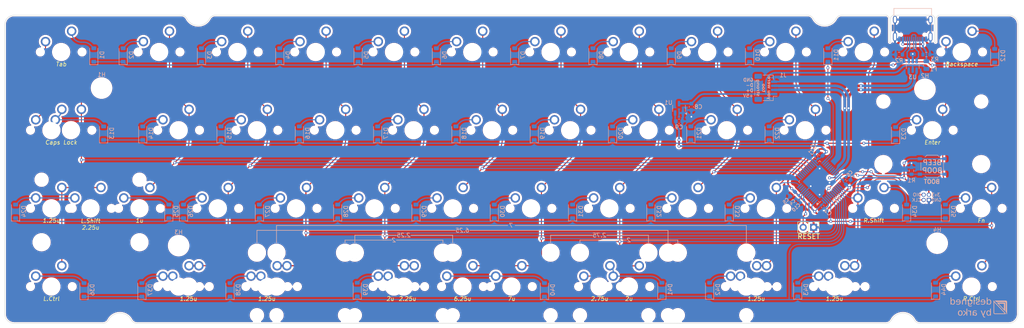
<source format=kicad_pcb>
(kicad_pcb (version 20240108) (generator "pcbnew") (generator_version "8.0")
  (layers (0 "F.Cu" signal) (31 "B.Cu" signal) (34 "B.Paste" user) (35 "F.Paste" user) (36 "B.SilkS" user "B.Silkscreen") (37 "F.SilkS" user "F.Silkscreen") (38 "B.Mask" user) (39 "F.Mask" user) (44 "Edge.Cuts" user))
  (net 0 "")
  (net 1 "Net-(D1-A)")
  (net 2 "Net-(D2-A)")
  (net 3 "Net-(D3-A)")
  (net 4 "Net-(D4-A)")
  (net 5 "Net-(D5-A)")
  (net 6 "Net-(D6-A)")
  (net 7 "Net-(D7-A)")
  (net 8 "Net-(D8-A)")
  (net 9 "Net-(D9-A)")
  (net 10 "Net-(D10-A)")
  (net 11 "Net-(D11-A)")
  (net 12 "Net-(D13-A)")
  (net 13 "Net-(D14-A)")
  (net 14 "Net-(D15-A)")
  (net 15 "Net-(D16-A)")
  (net 16 "Net-(D17-A)")
  (net 17 "Net-(D18-A)")
  (net 18 "Net-(D19-A)")
  (net 19 "Net-(D20-A)")
  (net 20 "Net-(D21-A)")
  (net 21 "Net-(D22-A)")
  (net 22 "Net-(D23-A)")
  (net 23 "Net-(D26-A)")
  (net 24 "Net-(D27-A)")
  (net 25 "Net-(D29-A)")
  (net 26 "Net-(D30-A)")
  (net 27 "Net-(D31-A)")
  (net 28 "Net-(D32-A)")
  (net 29 "Net-(D33-A)")
  (net 30 "Net-(D34-A)")
  (net 31 "Net-(D36-A)")
  (net 32 "Net-(D37-A)")
  (net 33 "Net-(D39-A)")
  (net 34 "Net-(D12-A)")
  (net 35 "Net-(D24-A)")
  (net 36 "Net-(D38-A)")
  (net 37 "+5V")
  (net 38 "D-")
  (net 39 "D+")
  (net 40 "row0")
  (net 41 "col11")
  (net 42 "row1")
  (net 43 "row3")
  (net 44 "col0")
  (net 45 "col1")
  (net 46 "col2")
  (net 47 "col3")
  (net 48 "col4")
  (net 49 "col5")
  (net 50 "col6")
  (net 51 "col7")
  (net 52 "col8")
  (net 53 "col9")
  (net 54 "col10")
  (net 55 "GND")
  (net 56 "Net-(D25-A)")
  (net 57 "Net-(D28-A)")
  (net 58 "Net-(D35-A)")
  (net 59 "+3V3")
  (net 60 "BOOT")
  (net 70 "Net-(D40-A)")
  (net 71 "Net-(D41-A)")
  (net 72 "Net-(D42-A)")
  (net 73 "Net-(D43-A)")
  (net 75 "row2")
  (net 76 "Net-(D44-A)")
  (net 84 "SWDIO")
  (net 85 "Net-(J2-Pin_2)")
  (net 86 "SWCLK")
  (net 87 "Net-(J4-D--PadA7)")
  (net 88 "Net-(J4-D+-PadA6)")
  (net 89 "Net-(J4-CC2)")
  (net 90 "Net-(J4-CC1)")
  (net 91 "Net-(F1-Pad1)")
  (footprint "PCM_marbastlib-mx:SW_MX_1u" (layer "F.Cu") (at 34.23045 60.424178)
    (property "Reference" "MX25" (hide yes))
    (property "Value" "MX_SW_solder")
  )
  (footprint "PCM_marbastlib-mx:SW_MX_1u" (layer "F.Cu") (at 55.661682 41.374194)
    (property "Reference" "MX15" (hide yes))
    (property "Value" "MX_SW_solder")
  )
  (footprint "PCM_marbastlib-mx:SW_MX_1.25u" (layer "F.Cu") (at 24.705458 60.424178)
    (property "Reference" "MX26" (hide yes))
    (property "Value" "MX_SW_solder")
  )
  (footprint "PCM_marbastlib-mx:SW_MX_1u" (layer "F.Cu") (at 108.049138 79.474162)
    (property "Reference" "MX43" (hide yes))
    (property "Value" "MX_SW_solder")
  )
  (footprint "PCM_marbastlib-mx:SW_MX_1u" (layer "F.Cu") (at 146.149206 22.32421)
    (property "Reference" "MX7" (hide yes))
    (property "Value" "MX_SW_solder" (hide yes))
  )
  (footprint "PCM_marbastlib-mx:SW_MX_1u" (layer "F.Cu") (at 189.011634 41.374194)
    (property "Reference" "MX22" (hide yes))
    (property "Value" "MX_SW_solder" (hide yes))
  )
  (footprint "PCM_marbastlib-mx:STAB_MX_2.75u" (layer "F.Cu") (at 158.055346 79.474162 180)
    (property "Reference" "S8" (hide yes))
    (property "Value" "2.75")
  )
  (footprint "PCM_marbastlib-mx:SW_MX_1u" (layer "F.Cu") (at 103.286642 60.424178)
    (property "Reference" "MX30" (hide yes))
    (property "Value" "MX_SW_solder")
  )
  (footprint "PCM_marbastlib-mx:STAB_MX_2.25u" (layer "F.Cu") (at 34.23045 60.424178)
    (property "Reference" "S2" (hide yes))
    (property "Value" "2.25")
  )
  (footprint "PCM_marbastlib-mx:SW_MX_1u" (layer "F.Cu") (at 158.055346 79.474162)
    (property "Reference" "MX53" (hide yes))
    (property "Value" "MX_SW_solder")
  )
  (footprint "PCM_marbastlib-mx:STAB_MX_2u" (layer "F.Cu") (at 108.049138 79.474162 180)
    (property "Reference" "S4" (hide yes))
    (property "Value" "2")
  )
  (footprint "PCM_marbastlib-mx:SW_MX_1.5u" (layer "F.Cu") (at 27.086706 22.32421)
    (property "Reference" "MX1" (hide yes))
    (property "Value" "MX_SW_solder" (hide yes))
  )
  (footprint "PCM_marbastlib-mx:SW_MX_1.25u" (layer "F.Cu") (at 77.092914 79.474162)
    (property "Reference" "MX41" (hide yes))
    (property "Value" "MX_SW_solder")
  )
  (footprint "PCM_marbastlib-mx:SW_MX_1u" (layer "F.Cu") (at 122.336626 60.424178)
    (property "Reference" "MX31" (hide yes))
    (property "Value" "MX_SW_solder")
  )
  (footprint "PCM_marbastlib-mx:SW_MX_1.25u" (layer "F.Cu") (at 196.155314 79.474162)
    (property "Reference" "MX47" (hide yes))
    (property "Value" "MX_SW_solder")
  )
  (footprint "Connector_PinHeader_2.54mm:PinHeader_1x02_P2.54mm_Vertical" (layer "F.Cu") (at 210.145146 65.039921 -90)
    (property "Reference" "J2" (hide yes))
    (property "Value" "Conn_01x02")
  )
  (footprint "PCM_marbastlib-mx:SW_MX_1u" (layer "F.Cu") (at 88.999206 22.32421)
    (property "Reference" "MX4" (hide yes))
    (property "Value" "MX_SW_solder" (hide yes))
  )
  (footprint "PCM_marbastlib-mx:SW_MX_1u" (layer "F.Cu") (at 84.236658 60.424178)
    (property "Reference" "MX29" (hide yes))
    (property "Value" "MX_SW_solder")
  )
  (footprint "PCM_marbastlib-mx:SW_MX_1u" (layer "F.Cu") (at 179.486578 60.424178)
    (property "Reference" "MX34" (hide yes))
    (property "Value" "MX_SW_solder")
  )
  (footprint "PCM_marbastlib-mx:SW_MX_1u" (layer "F.Cu") (at 184.249206 22.32421)
    (property "Reference" "MX9" (hide yes))
    (property "Value" "MX_SW_solder" (hide yes))
  )
  (footprint "PCM_marbastlib-mx:SW_MX_1u" (layer "F.Cu") (at 136.624114 79.474162)
    (property "Reference" "MX45" (hide yes))
    (property "Value" "MX_SW_solder")
  )
  (footprint "PCM_marbastlib-mx:SW_MX_1.75u_STP_1.25" (layer "F.Cu") (at 24.705458 41.374194)
    (property "Reference" "MX14" (hide yes))
    (property "Value" "MX_SW_solder")
  )
  (footprint "PCM_marbastlib-mx:SW_MX_1u" (layer "F.Cu") (at 222.349206 22.32421)
    (property "Reference" "MX11" (hide yes))
    (property "Value" "MX_SW_solder" (hide yes))
  )
  (footprint "PCM_marbastlib-mx:SW_MX_1u" (layer "F.Cu") (at 203.299206 22.32421)
    (property "Reference" "MX10" (hide yes))
    (property "Value" "MX_SW_solder" (hide yes))
  )
  (footprint "PCM_marbastlib-mx:SW_MX_1u" (layer "F.Cu") (at 165.199206 22.32421)
    (property "Reference" "MX8" (hide yes))
    (property "Value" "MX_SW_solder" (hide yes))
  )
  (footprint "PCM_marbastlib-mx:SW_MX_1u" (layer "F.Cu") (at 150.911634 41.374194)
    (property "Reference" "MX20" (hide yes))
    (property "Value" "MX_SW_solder" (hide yes))
  )
  (footprint "PCM_marbastlib-mx:SW_MX_1.25u" (layer "F.Cu") (at 58.04293 79.474162)
    (property "Reference" "MX39" (hide yes))
    (property "Value" "MX_SW_solder")
  )
  (footprint "PCM_marbastlib-mx:SW_MX_1u" (layer "F.Cu") (at 250.924018 60.424178)
    (property "Reference" "MX37" (hide yes))
    (property "Value" "MX_SW_solder")
  )
  (footprint "PCM_marbastlib-mx:STAB_MX_2.25u" (layer "F.Cu") (at 110.430386 79.474162 180)
    (property "Reference" "S7" (hide yes))
    (property "Value" "2.25")
  )
  (footprint "PCM_marbastlib-mx:SW_MX_1u" (layer "F.Cu") (at 74.711666 41.374194)
    (property "Reference" "MX16" (hide yes))
    (property "Value" "MX_SW_solder" (hide yes))
  )
  (footprint "PCM_marbastlib-mx:SW_MX_1u" (layer "F.Cu") (at 141.38661 60.42421)
    (property "Reference" "MX32" (hide yes))
    (property "Value" "MX_SW_solder")
  )
  (footprint "PCM_marbastlib-mx:SW_MX_1u" (layer "F.Cu") (at 193.774066 79.474162)
    (property "Reference" "MX48" (hide yes))
    (property "Value" "MX_SW_solder")
  )
  (footprint "PCM_marbastlib-mx:STAB_MX_6.25u" (layer "F.Cu") (at 124.717874 79.474162 180)
    (property "Reference" "S6" (hide yes))
    (property "Value" "6.25")
  )
  (footprint "PCM_marbastlib-mx:SW_MX_1.25u" (layer "F.Cu") (at 248.54277 79.474162)
    (property "Reference" "MX51" (hide yes))
    (property "Value" "MX_SW_solder")
  )
  (footprint "PCM_marbastlib-mx:SW_MX_1u" (layer "F.Cu") (at 208.061634 41.374194)
    (property "Reference" "MX23" (hide yes))
    (property "Value" "MX_SW_solder" (hide yes))
  )
  (footprint "PCM_marbastlib-mx:SW_MX_1u" (layer "F.Cu") (at 110.430386 79.474162)
    (property "Reference" "MX52" (hide yes))
    (property "Value" "MX_SW_solder")
  )
  (footprint "PCM_marbastlib-mx:SW_MX_1u" (layer "F.Cu") (at 79.474162 79.474162)
    (property "Reference" "MX42" (hide yes))
    (property "Value" "MX_SW_solder")
  )
  (footprint "PCM_marbastlib-mx:SW_MX_1.25u" (layer "F.Cu") (at 215.205298 79.474162)
    (property "Reference" "MX49" (hide yes))
    (property "Value" "MX_SW_solder")
  )
  (footprint "PCM_marbastlib-mx:SW_MX_1u" (layer "F.Cu") (at 112.811634 41.374194)
    (property "Reference" "MX18" (hide yes))
    (property "Value" "MX_SW_solder" (hide yes))
  )
  (footprint "PCM_marbastlib-mx:SW_MX_1u" (layer "F.Cu") (at 46.13669 60.424178)
    (property "Reference" "MX27" (hide yes))
    (property "Value" "MX_SW_solder")
  )
  (footprint "PCM_marbastlib-mx:STAB_MX_7u" (layer "F.Cu") (at 136.624114 79.474162 180)
    (property "Reference" "S1" (hide yes))
    (property "Value" "7")
  )
  (footprint "PCM_marbastlib-mx:SW_MX_1u" (layer "F.Cu") (at 93.76165 41.374194)
    (property "Reference" "MX17" (hide yes))
    (property "Value" "MX_SW_solder" (hide yes))
  )
  (footprint "PCM_marbastlib-mx:SW_MX_1u" (layer "F.Cu") (at 131.861634 41.374194)
    (property "Reference" "MX19" (hide yes))
    (property "Value" "MX_SW_solder" (hide yes))
  )
  (footprint "PCM_marbastlib-mx:SW_MX_1u" (layer "F.Cu") (at 69.949206 22.32421)
    (property "Reference" "MX3" (hide yes))
    (property "Value" "MX_SW_solder" (hide yes))
  )
  (footprint "PCM_marbastlib-mx:SW_MX_1u" (layer "F.Cu") (at 124.717874 79.474162)
    (property "Reference" "MX44" (hide yes))
    (property "Value" "MX_SW_solder")
  )
  (footprint "PCM_marbastlib-mx:SW_MX_1u" (layer "F.Cu") (at 65.186674 60.424178)
    (property "Reference" "MX28" (hide yes))
    (property "Value" "MX_SW_solder")
  )
  (footprint "PCM_marbastlib-mx:SW_MX_1u" (layer "F.Cu") (at 127.099206 22.32421)
    (property "Reference" "MX6" (hide yes))
    (property "Value" "MX_SW_solder" (hide yes))
  )
  (footprint "PCM_marbastlib-mx:SW_MX_1.75u" (layer "F.Cu") (at 29.467954 41.374194)
    (property "Reference" "MX13" (hide yes))
    (property "Value" "MX_SW_solder")
  )
  (footprint "PCM_marbastlib-mx:SW_MX_1u" (layer "F.Cu") (at 55.661682 79.474162)
    (property "Reference" "MX40" (hide yes))
    (property "Value" "MX_SW_solder")
  )
  (footprint "PCM_marbastlib-mx:SW_MX_1u" (layer "F.Cu") (at 165.19909 79.474162)
    (property "Reference" "MX46" (hide yes))
    (property "Value" "MX_SW_solder")
  )
  (footprint "PCM_marbastlib-mx:SW_MX_1u" (layer "F.Cu") (at 169.961634 41.374194)
    (property "Reference" "MX21" (hide yes))
    (property "Value" "MX_SW_solder" (hide yes))
  )
  (footprint "PCM_marbastlib-mx:SW_MX_1u" (layer "F.Cu") (at 108.049206 22.32421)
    (property "Reference" "MX5" (hide yes))
    (property "Value" "MX_SW_solder" (hide yes))
  )
  (footprint "PCM_marbastlib-mx:STAB_MX_2u" (layer "F.Cu") (at 165.19909 79.474162 180)
    (property "Reference" "S5" (hide yes))
    (property "Value" "2")
  )
  (footprint "PCM_marbastlib-mx:SW_MX_1u" (layer "F.Cu") (at 160.436594 60.42421)
    (property "Reference" "MX33" (hide yes))
    (property "Value" "MX_SW_solder" (hide yes))
  )
  (footprint "PCM_marbastlib-mx:SW_MX_1u" (layer "F.Cu") (at 198.536562 60.424178)
    (property "Reference" "MX35" (hide yes))
    (property "Value" "MX_SW_solder" (hide yes))
  )
  (footprint "PCM_marbastlib-mx:SW_MX_1.5u" (layer "F.Cu") (at 246.161522 22.32421)
    (property "Reference" "MX12" (hide yes))
    (property "Value" "MX_SW_solder")
  )
  (footprint "PCM_marbastlib-mx:SW_MX_1u" (layer "F.Cu") (at 50.899206 22.32421)
    (property "Reference" "MX2" (hide yes))
    (property "Value" "MX_SW_solder" (hide yes))
  )
  (footprint "PCM_marbastlib-mx:SW_MX_1.75u" (layer "F.Cu") (at 224.73029 60.424178)
    (property "Reference" "MX36" (hide yes))
    (property "Value" "MX_SW_solder")
  )
  (footprint "PCM_marbastlib-mx:SW_MX_1.25u" (layer "F.Cu") (at 24.705458 79.474162)
    (property "Reference" "MX38" (hide yes))
    (property "Value" "MX_SW_solder")
  )
  (footprint "PCM_marbastlib-mx:SW_MX_1u" (layer "F.Cu") (at 217.586546 79.474162)
    (property "Reference" "MX50" (hide yes))
    (property "Value" "MX_SW_solder")
  )
  (footprint "PCM_marbastlib-mx:SW_MX_1u" (layer "F.Cu") (at 239.017814 41.374194)
    (property "Reference" "MX24" (hide yes))
    (property "Value" "MX_SW_solder" (hide yes))
  )
  (footprint "PCM_marbastlib-mx:STAB_MX_2.25u" (layer "F.Cu") (at 239.017814 41.374194)
    (property "Reference" "S3" (hide yes))
    (property "Value" "2.25")
  )
  (footprint "Connector_USB:USB_C_Receptacle_G-Switch_GT-USB-7010ASV" (layer "B.Cu") (at 234.255282 15.5)
    (property "Reference" "J4")
    (property "Value" "USB_C_Receptacle_USB2.0_14P")
  )
  (footprint "MountingHole:MountingHole_3.2mm_M3" (layer "B.Cu") (at 237.231842 31.4031 180)
    (property "Reference" "H2")
    (property "Value" "MountingHole")
  )
  (footprint "Diode_SMD:D_SOD-123" (layer "B.Cu") (at 99.317956 23.05546 90)
    (property "Reference" "D5")
    (property "Value" "1N4148W")
  )
  (footprint "Diode_SMD:D_SOD-123" (layer "B.Cu") (at 80.267956 23.05546 90)
    (property "Reference" "D4")
    (property "Value" "1N4148W")
  )
  (footprint "Diode_SMD:D_SOD-123" (layer "B.Cu") (at 173.235802 80.205412 90)
    (property "Reference" "D41")
    (property "Value" "1N4148W")
  )
  (footprint "Capacitor_SMD:C_0402_1005Metric" (layer "B.Cu") (at 217.645661 53.166839 45)
    (property "Reference" "C6")
    (property "Value" "10n")
  )
  (footprint "Button_Switch_SMD:SW_Push_1P1T_XKB_TS-1187A" (layer "B.Cu") (at 238.994338 50.21481)
    (property "Reference" "SW1" (hide yes))
    (property "Value" "SW_Push")
  )
  (footprint "Resistor_SMD:R_0603_1608Metric" (layer "B.Cu") (at 237.580282 22.948426 180)
    (property "Reference" "R3")
    (property "Value" "5.1k")
  )
  (footprint "Diode_SMD:D_SOD-123" (layer "B.Cu") (at 123.130456 42.10546 90)
    (property "Reference" "D18")
    (property "Value" "1N4148W")
  )
  (footprint "Capacitor_SMD:C_0603_1608Metric" (layer "B.Cu") (at 177.402986 39.191386)
    (property "Reference" "C9")
    (property "Value" "1u")
  )
  (footprint "Capacitor_SMD:C_0402_1005Metric" (layer "B.Cu") (at 212.345661 59.945661 -45)
    (property "Reference" "C2")
    (property "Value" "100n")
  )
  (footprint "Resistor_SMD:R_0603_1608Metric" (layer "B.Cu") (at 233.957626 51.26481 90)
    (property "Reference" "R1")
    (property "Value" "10k")
  )
  (footprint "Package_QFP:LQFP-48_7x7mm_P0.5mm" (layer "B.Cu") (at 211.60625 53.90625 45)
    (property "Reference" "U2")
    (property "Value" "STM32F072CBTx")
  )
  (footprint "Diode_SMD:D_SOD-123" (layer "B.Cu") (at 99.119458 80.205412 90)
    (property "Reference" "D39")
    (property "Value" "1N4148W")
  )
  (footprint "Diode_SMD:D_SOD-123" (layer "B.Cu") (at 46.930456 42.10546 90)
    (property "Reference" "D14")
    (property "Value" "1N4148W")
  )
  (footprint "Diode_SMD:D_SOD-123" (layer "B.Cu") (at 254.198234 23.21716 90)
    (property "Reference" "D12")
    (property "Value" "1N4148W")
  )
  (footprint "Diode_SMD:D_SOD-123" (layer "B.Cu") (at 144.660826 80.267912 90)
    (property "Reference" "D40")
    (property "Value" "1N4148W")
  )
  (footprint "MountingHole:MountingHole_3.2mm_M3" (layer "B.Cu") (at 240.208402 68.907756 180)
    (property "Reference" "H4")
    (property "Value" "MountingHole")
  )
  (footprint "Diode_SMD:D_SOD-123" (layer "B.Cu") (at 104.080456 42.10546 90)
    (property "Reference" "D17")
    (property "Value" "1N4148W")
  )
  (footprint "Diode_SMD:D_SOD-123" (layer "B.Cu") (at 199.330456 42.10546 90)
    (property "Reference" "D22")
    (property "Value" "1N4148W")
  )
  (footprint "Capacitor_SMD:C_0402_1005Metric" (layer "B.Cu") (at 210.85625 47.936754 135)
    (property "Reference" "C1")
    (property "Value" "100n")
  )
  (footprint "Diode_SMD:D_SOD-123" (layer "B.Cu") (at 46.732002 80.267912 90)
    (property "Reference" "D37")
    (property "Value" "1N4148W")
  )
  (footprint "MountingHole:MountingHole_3.2mm_M3" (layer "B.Cu") (at 36.909354 31.105444 180)
    (property "Reference" "H1")
    (property "Value" "MountingHole")
  )
  (footprint "Diode_SMD:D_SOD-123" (layer "B.Cu") (at 232.767002 61.15546 90)
    (property "Reference" "D34")
    (property "Value" "1N4148W")
  )
  (footprint "Package_TO_SOT_SMD:SOT-23-6" (layer "B.Cu") (at 234.255282 25.598426 -90)
    (property "Reference" "U3")
    (property "Value" "USBLC6-2SC6")
  )
  (footprint "Capacitor_SMD:C_0402_1005Metric" (layer "B.Cu") (at 207.366839 58.645661 45)
    (property "Reference" "C10")
    (property "Value" "100n")
  )
  (footprint "Fuse:Fuse_0805_2012Metric" (layer "B.Cu") (at 237.580282 25.498426 -90)
    (property "Reference" "F1")
    (property "Value" "500mA")
  )
  (footprint "Diode_SMD:D_SOD-123" (layer "B.Cu") (at 156.467956 23.05546 90)
    (property "Reference" "D8")
    (property "Value" "1N4148W")
  )
  (footprint "Diode_SMD:D_SOD-123" (layer "B.Cu") (at 184.844386 80.205412 90)
    (property "Reference" "D42")
    (property "Value" "1N4148W")
  )
  (footprint "Diode_SMD:D_SOD-123" (layer "B.Cu") (at 175.517956 23.05546 90)
    (property "Reference" "D9")
    (property "Value" "1N4148W")
  )
  (footprint "Diode_SMD:D_SOD-123" (layer "B.Cu") (at 61.217956 23.05546 90)
    (property "Reference" "D3")
    (property "Value" "1N4148W")
  )
  (footprint "Diode_SMD:D_SOD-123" (layer "B.Cu") (at 32.642958 80.267912 90)
    (property "Reference" "D36")
    (property "Value" "1N4148W")
  )
  (footprint "Diode_SMD:D_SOD-123" (layer "B.Cu") (at 239.81152 80.205412 90)
    (property "Reference" "D44")
    (property "Value" "1N4148W")
  )
  (footprint "Connector_PinHeader_1.27mm:PinHeader_2x02_P1.27mm_Vertical" (layer "B.Cu") (at 238.179498 58.370274 90)
    (property "Reference" "J3" (hide yes))
    (property "Value" "Conn_01x04")
  )
  (footprint "Capacitor_SMD:C_0402_1005Metric" (layer "B.Cu") (at 206.166839 57.645661 -135)
    (property "Reference" "C4")
    (property "Value" "100n")
  )
  (footprint "Diode_SMD:D_SOD-123" (layer "B.Cu") (at 170.556994 61.15546 90)
    (property "Reference" "D32")
    (property "Value" "1N4148W")
  )
  (footprint "Resistor_SMD:R_0603_1608Metric" (layer "B.Cu") (at 230.930282 22.948426 180)
    (property "Reference" "R2")
    (property "Value" "5.1k")
  )
  (footprint "Diode_SMD:D_SOD-123" (layer "B.Cu") (at 15.993224 61.15546 90)
    (property "Reference" "D24")
    (property "Value" "1N4148W")
  )
  (footprint "Diode_SMD:D_SOD-123" (layer "B.Cu") (at 194.567956 23.05546 90)
    (property "Reference" "D10")
    (property "Value" "1N4148W")
  )
  (footprint "Diode_SMD:D_SOD-123" (layer "B.Cu") (at 35.024206 23.05546 90)
    (property "Reference" "D1")
    (property "Value" "1N4148W")
  )
  (footprint "Capacitor_SMD:C_0603_1608Metric" (layer "B.Cu") (at 205.033242 56.929258 -135)
    (property "Reference" "C5")
    (property "Value" "1u")
  )
  (footprint "Diode_SMD:D_SOD-123" (layer "B.Cu") (at 132.456994 61.15546 90)
    (property "Reference" "D30")
    (property "Value" "1N4148W")
  )
  (footprint "MountingHole:MountingHole_3.2mm_M3" (layer "B.Cu") (at 55.661682 69.503068 180)
    (property "Reference" "H3")
    (property "Value" "MountingHole")
  )
  (footprint "Diode_SMD:D_SOD-123" (layer "B.Cu") (at 142.180456 42.10546 90)
    (property "Reference" "D19")
    (property "Value" "1N4148W")
  )
  (footprint "Connector_JST:JST_SH_SM04B-SRSS-TB_1x04-1MP_P1.00mm_Horizontal" (layer "B.Cu") (at 198.536562 31.05546 90)
    (property "Reference" "J1")
    (property "Value" "Conn_01x04")
  )
  (footprint "Diode_SMD:D_SOD-123" (layer "B.Cu") (at 113.406994 61.15546 90)
    (property "Reference" "D29")
    (property "Value" "1N4148W")
  )
  (footprint "Diode_SMD:D_SOD-123" (layer "B.Cu") (at 180.280456 42.10546 90)
    (property "Reference" "D21")
    (property "Value" "1N4148W")
  )
  (footprint "Diode_SMD:D_SOD-123" (layer "B.Cu") (at 206.275618 80.205412 90)
    (property "Reference" "D43")
    (property "Value" "1N4148W")
  )
  (footprint "Diode_SMD:D_SOD-123" (layer "B.Cu") (at 42.167956 23.05546 90)
    (property "Reference" "D2")
    (property "Value" "1N4148W")
  )
  (footprint "Capacitor_SMD:C_0603_1608Metric" (layer "B.Cu") (at 218.58125 54.08125 45)
    (property "Reference" "C7")
    (property "Value" "4.7u")
  )
  (footprint "Diode_SMD:D_SOD-123" (layer "B.Cu") (at 56.852306 61.15546 90)
    (property "Reference" "D26")
    (property "Value" "1N4148W")
  )
  (footprint "Diode_SMD:D_SOD-123" (layer "B.Cu") (at 161.230456 42.10546 90)
    (property "Reference" "D20")
    (property "Value" "1N4148W")
  )
  (footprint "Diode_SMD:D_SOD-123" (layer "B.Cu") (at 53.280434 61.15546 90)
    (property "Reference" "D25")
    (property "Value" "1N4148W")
  )
  (footprint "Diode_SMD:D_SOD-123" (layer "B.Cu") (at 151.506994 61.15546 90)
    (property "Reference" "D31")
    (property "Value" "1N4148W")
  )
  (footprint "Diode_SMD:D_SOD-123" (layer "B.Cu") (at 37.405456 42.10546 90)
    (property "Reference" "D13")
    (property "Value" "1N4148W")
  )
  (footprint "Diode_SMD:D_SOD-123" (layer "B.Cu") (at 85.030456 42.10546 90)
    (property "Reference" "D16")
    (property "Value" "1N4148W")
  )
  (footprint "Diode_SMD:D_SOD-123" (layer "B.Cu") (at 118.367956 23.05546 90)
    (property "Reference" "D6")
    (property "Value" "1N4148W")
  )
  (footprint "Diode_SMD:D_SOD-123" (layer "B.Cu") (at 137.417956 23.05546 90)
    (property "Reference" "D7")
    (property "Value" "1N4148W")
  )
  (footprint "Diode_SMD:D_SOD-123" (layer "B.Cu") (at 230.088134 42.267128 90)
    (property "Reference" "D23")
    (property "Value" "1N4148W")
  )
  (footprint "Diode_SMD:D_SOD-123" (layer "B.Cu") (at 189.606882 61.155428 90)
    (property "Reference" "D33")
    (property "Value" "1N4148W")
  )
  (footprint "Diode_SMD:D_SOD-123" (layer "B.Cu") (at 75.306994 61.15546 90)
    (property "Reference" "D27")
    (property "Value" "1N4148W")
  )
  (footprint "Diode_SMD:D_SOD-123" (layer "B.Cu") (at 213.617956 23.05546 90)
    (property "Reference" "D11")
    (property "Value" "1N4148W")
  )
  (footprint "Capacitor_SMD:C_0603_1608Metric" (layer "B.Cu") (at 180.40625 35.68125 -90)
    (property "Reference" "C8")
    (property "Value" "1u")
  )
  (footprint "Diode_SMD:D_SOD-123" (layer "B.Cu") (at 65.980456 42.10546 90)
    (property "Reference" "D15")
    (property "Value" "1N4148W")
  )
  (footprint "Diode_SMD:D_SOD-123" (layer "B.Cu") (at 242.205615 61.15546 90)
    (property "Reference" "D35")
    (property "Value" "1N4148W")
  )
  (footprint "Capacitor_SMD:C_0603_1608Metric" (layer "B.Cu") (at 211.779074 47.036754 135)
    (property "Reference" "C3")
    (property "Value" "4.7u")
  )
  (footprint "Diode_SMD:D_SOD-123" (layer "B.Cu") (at 94.356994 61.15546 90)
    (property "Reference" "D28")
    (property "Value" "1N4148W")
  )
  (footprint "Package_TO_SOT_SMD:SOT-23-3" (layer "B.Cu") (at 177.402986 36.04375 90)
    (property "Reference" "U1")
    (property "Value" "XC6206PxxxMR")
  )
  (footprint "Diode_SMD:D_SOD-123" (layer "B.Cu") (at 68.163234 80.267912 90)
    (property "Reference" "D38")
    (property "Value" "1N4148W")
  )
  (gr_line (start 169.961586 66.97261) (end 159.841282 66.97261) (stroke (width 0.15)) (layer "B.SilkS"))
  (gr_line (start 119.955378 68.758546) (end 119.955378 68.163234) (stroke (width 0.15)) (layer "B.SilkS"))
  (gr_line (start 169.961586 68.758546) (end 169.961586 66.97261) (stroke (width 0.15)) (layer "B.SilkS"))
  (gr_line (start 156.26941 66.97261) (end 146.149106 66.97261) (stroke (width 0.15)) (layer "B.SilkS"))
  (gr_line (start 177.10533 68.163234) (end 165.794402 68.163234) (stroke (width 0.15)) (layer "B.SilkS"))
  (gr_line (start 74.711666 65.781986) (end 74.711666 68.758546) (stroke (width 0.15)) (layer "B.SilkS"))
  (gr_poly (pts (xy 253.90625 85.857164) (xy 253.906656 85.873564) (xy 253.907868 85.889852) (xy 253.909874 85.906003) (xy 253.912663 85.921987) (xy 253.916224 85.937779) (xy 253.920546 85.953352) (xy 253.925616 85.968677) (xy 253.931425 85.983728) (xy 253.937961 85.998479) (xy 253.945212 86.012901) (xy 253.953168 86.026968) (xy 253.961816 86.040653) (xy 253.971147 86.053928) (xy 253.981148 86.066766) (xy 253.991809 86.079141) (xy 254.003118 86.091025) (xy 254.015002 86.102334) (xy 254.027377 86.112995) (xy 254.040215 86.122996) (xy 254.05349 86.132327) (xy 254.067175 86.140975) (xy 254.081242 86.148931) (xy 254.095664 86.156182) (xy 254.110415 86.162718) (xy 254.125466 86.168527) (xy 254.140791 86.173597) (xy 254.156364 86.177919) (xy 254.172156 86.18148) (xy 254.18814 86.184269) (xy 254.204291 86.186275) (xy 254.220579 86.187487) (xy 254.236979 86.187893) (xy 256.80013 86.187893) (xy 256.80423 86.187792) (xy 256.808302 86.187489) (xy 256.81234 86.186987) (xy 256.816336 86.18629) (xy 256.820284 86.1854) (xy 256.824177 86.184319) (xy 256.828008 86.183051) (xy 256.831771 86.181599) (xy 256.835459 86.179965) (xy 256.839064 86.178153) (xy 256.842581 86.176164) (xy 256.846002 86.174001) (xy 256.849321 86.171669) (xy 256.852531 86.169168) (xy 256.855624 86.166503) (xy 256.858595 86.163676) (xy 256.861423 86.160705) (xy 256.864088 86.157611) (xy 256.866588 86.154402) (xy 256.868921 86.151083) (xy 256.871083 86.147662) (xy 256.873072 86.144145) (xy 256.874885 86.140539) (xy 256.876519 86.136852) (xy 256.877971 86.133089) (xy 256.879238 86.129258) (xy 256.880319 86.125365) (xy 256.881209 86.121417) (xy 256.881906 86.11742) (xy 256.882408 86.113383) (xy 256.882711 86.109311) (xy 256.882812 86.105211) (xy 256.882812 86.043561) (xy 256.882787 86.043561) (xy 256.882712 86.040919) (xy 256.882508 86.038296) (xy 256.882177 86.035696) (xy 256.88172 86.033122) (xy 256.881139 86.03058) (xy 256.880437 86.028073) (xy 256.879614 86.025607) (xy 256.878674 86.023184) (xy 256.878382 86.022528) (xy 256.655785 86.022528) (xy 254.236979 86.022528) (xy 254.228779 86.022325) (xy 254.220635 86.021719) (xy 254.21256 86.020716) (xy 254.204568 86.019322) (xy 254.196671 86.017541) (xy 254.188885 86.015381) (xy 254.181223 86.012845) (xy 254.173697 86.009941) (xy 254.166322 86.006673) (xy 254.159111 86.003047) (xy 254.152077 85.99907) (xy 254.145235 85.994745) (xy 254.138597 85.99008) (xy 254.132178 85.985079) (xy 254.125991 85.979749) (xy 254.120049 85.974094) (xy 254.114394 85.968152) (xy 254.109064 85.961965) (xy 254.104063 85.955546) (xy 254.099398 85.948908) (xy 254.095073 85.942066) (xy 254.091096 85.935032) (xy 254.08747 85.927821) (xy 254.084202 85.920446) (xy 254.081298 85.91292) (xy 254.078762 85.905258) (xy 254.076602 85.897472) (xy 254.074821 85.889575) (xy 254.073427 85.881583) (xy 254.072424 85.873508) (xy 254.071818 85.865364) (xy 254.071615 85.857164) (xy 254.071615 83.289323) (xy 256.655785 86.022528) (xy 256.878382 86.022528) (xy 256.877616 86.02081) (xy 256.876444 86.018489) (xy 256.875159 86.016225) (xy 256.873763 86.014022) (xy 256.872257 86.011886) (xy 256.870644 86.009819) (xy 256.868925 86.007828) (xy 256.867103 86.005915) (xy 254.087285 83.065306) (xy 254.085474 83.063404) (xy 254.083765 83.061424) (xy 254.082161 83.059371) (xy 254.080663 83.057248) (xy 254.079273 83.055061) (xy 254.077993 83.052812) (xy 254.076824 83.050506) (xy 254.075768 83.048148) (xy 254.074827 83.045742) (xy 254.074004 83.043292) (xy 254.073299 83.040802) (xy 254.072714 83.038276) (xy 254.072251 83.03572) (xy 254.071913 83.033136) (xy 254.0717 83.03053) (xy 254.071615 83.027905) (xy 254.071615 82.963284) (xy 254.071513 82.959184) (xy 254.07121 82.955112) (xy 254.070708 82.951074) (xy 254.070011 82.947078) (xy 254.069121 82.94313) (xy 254.068041 82.939237) (xy 254.066773 82.935406) (xy 254.065321 82.931643) (xy 254.063687 82.927955) (xy 254.061874 82.924349) (xy 254.059885 82.920833) (xy 254.057723 82.917412) (xy 254.05539 82.914093) (xy 254.05289 82.910883) (xy 254.050225 82.90779) (xy 254.047397 82.904819) (xy 254.044426 82.901991) (xy 254.041333 82.899326) (xy 254.038123 82.896826) (xy 254.034804 82.894493) (xy 254.031383 82.892331) (xy 254.027867 82.890342) (xy 254.024261 82.888529) (xy 254.020573 82.886895) (xy 254.016811 82.885443) (xy 254.012979 82.884175) (xy 254.009086 82.883095) (xy 254.005138 82.882205) (xy 254.001142 82.881508) (xy 253.997104 82.881006) (xy 253.993032 82.880703) (xy 253.988932 82.880601) (xy 253.90625 82.880601)) (stroke (width -0.000001)) (fill solid) (layer "B.SilkS"))
  (gr_poly (pts (xy 254.236979 82.963284) (xy 254.237081 82.967384) (xy 254.237384 82.971456) (xy 254.237885 82.975493) (xy 254.238583 82.97949) (xy 254.239473 82.983438) (xy 254.240553 82.987331) (xy 254.241821 82.991162) (xy 254.243273 82.994925) (xy 254.244907 82.998613) (xy 254.24672 83.002218) (xy 254.248709 83.005735) (xy 254.250871 83.009156) (xy 254.253203 83.012475) (xy 254.255704 83.015684) (xy 254.258369 83.018778) (xy 254.261196 83.021749) (xy 254.264167 83.024576) (xy 254.267261 83.027241) (xy 254.27047 83.029742) (xy 254.273789 83.032074) (xy 254.27721 83.034237) (xy 254.280727 83.036226) (xy 254.284333 83.038038) (xy 254.28802 83.039672) (xy 254.291783 83.041124) (xy 254.295614 83.042392) (xy 254.299508 83.043472) (xy 254.303456 83.044363) (xy 254.307452 83.04506) (xy 254.311489 83.045561) (xy 254.315561 83.045864) (xy 254.319661 83.045966) (xy 254.370459 83.045966) (xy 254.373101 83.046041) (xy 254.375724 83.046245) (xy 254.378324 83.046576) (xy 254.380898 83.047033) (xy 254.38344 83.047613) (xy 254.385947 83.048316) (xy 254.388413 83.049138) (xy 254.390836 83.050079) (xy 254.39321 83.051136) (xy 254.395531 83.052309) (xy 254.397795 83.053594) (xy 254.399998 83.05499) (xy 254.402134 83.056495) (xy 254.404201 83.058108) (xy 254.406193 83.059827) (xy 254.408106 83.06165) (xy 254.408106 83.061624) (xy 254.551172 83.212971) (xy 254.551185 83.212984) (xy 254.553097 83.214805) (xy 254.555089 83.216523) (xy 254.557155 83.218135) (xy 254.559291 83.219639) (xy 254.561493 83.221034) (xy 254.563756 83.222318) (xy 254.566077 83.223489) (xy 254.56845 83.224546) (xy 254.570872 83.225486) (xy 254.573337 83.226308) (xy 254.575843 83.22701) (xy 254.578384 83.22759) (xy 254.580957 83.228046) (xy 254.583556 83.228377) (xy 254.586178 83.228581) (xy 254.588818 83.228655) (xy 254.588818 83.22872) (xy 256.619487 83.22872) (xy 256.632156 83.229034) (xy 256.644739 83.22997) (xy 256.657216 83.231519) (xy 256.669564 83.233674) (xy 256.681764 83.236424) (xy 256.693794 83.239763) (xy 256.705633 83.24368) (xy 256.717261 83.248167) (xy 256.728656 83.253216) (xy 256.739797 83.258817) (xy 256.750664 83.264963) (xy 256.761236 83.271644) (xy 256.771491 83.278852) (xy 256.781409 83.286578) (xy 256.790969 83.294814) (xy 256.80015 83.30355) (xy 256.808886 83.312731) (xy 256.817122 83.322291) (xy 256.824849 83.332209) (xy 256.832057 83.342464) (xy 256.838738 83.353035) (xy 256.844884 83.363902) (xy 256.850486 83.375043) (xy 256.855535 83.386438) (xy 256.860022 83.398066) (xy 256.863939 83.409904) (xy 256.867278 83.421934) (xy 256.870029 83.434133) (xy 256.872183 83.446481) (xy 256.873733 83.458957) (xy 256.874669 83.47154) (xy 256.874983 83.484208) (xy 256.874983 85.649903) (xy 256.875058 85.652544) (xy 256.875262 85.655167) (xy 256.875593 85.657767) (xy 256.87605 85.660341) (xy 256.87663 85.662883) (xy 256.877333 85.66539) (xy 256.878155 85.667857) (xy 256.879096 85.670279) (xy 256.880154 85.672653) (xy 256.881326 85.674975) (xy 256.882611 85.677239) (xy 256.884007 85.679441) (xy 256.885513 85.681578) (xy 256.887126 85.683644) (xy 256.888845 85.685636) (xy 256.890667 85.687549) (xy 256.890448 85.687549) (xy 257.033049 85.838405) (xy 257.034807 85.840304) (xy 257.036464 85.842278) (xy 257.03802 85.844321) (xy 257.039471 85.846431) (xy 257.040817 85.848603) (xy 257.042055 85.850833) (xy 257.043185 85.853117) (xy 257.044204 85.855451) (xy 257.045111 85.857831) (xy 257.045904 85.860253) (xy 257.046582 85.862712) (xy 257.047142 85.865205) (xy 257.047583 85.867728) (xy 257.047904 85.870276) (xy 257.048102 85.872845) (xy 257.048177 85.875431) (xy 257.048177 86.105211) (xy 257.048279 86.109311) (xy 257.048582 86.113383) (xy 257.049083 86.11742) (xy 257.04978 86.121417) (xy 257.050671 86.125365) (xy 257.051751 86.129258) (xy 257.053019 86.133089) (xy 257.054471 86.136852) (xy 257.056105 86.140539) (xy 257.057917 86.144145) (xy 257.059906 86.147662) (xy 257.062069 86.151083) (xy 257.064401 86.154402) (xy 257.066902 86.157611) (xy 257.069567 86.160705) (xy 257.072394 86.163676) (xy 257.075365 86.166503) (xy 257.078459 86.169168) (xy 257.081668 86.171669) (xy 257.084987 86.174001) (xy 257.088408 86.176164) (xy 257.091925 86.178153) (xy 257.09553 86.179965) (xy 257.099218 86.181599) (xy 257.102981 86.183051) (xy 257.106812 86.184319) (xy 257.110705 86.1854) (xy 257.114653 86.18629) (xy 257.11865 86.186987) (xy 257.122687 86.187489) (xy 257.126759 86.187792) (xy 257.130859 86.187893) (xy 257.213542 86.187893) (xy 257.213542 83.211331) (xy 257.213135 83.194931) (xy 257.211923 83.178642) (xy 257.209917 83.162492) (xy 257.207128 83.146507) (xy 257.203567 83.130715) (xy 257.199246 83.115143) (xy 257.194175 83.099818) (xy 257.188366 83.084766) (xy 257.181831 83.070016) (xy 257.174579 83.055593) (xy 257.166624 83.041527) (xy 257.157975 83.027842) (xy 257.148644 83.014567) (xy 257.138643 83.001728) (xy 257.127982 82.989354) (xy 257.116673 82.97747) (xy 257.104789 82.966161) (xy 257.092415 82.9555) (xy 257.079576 82.945499) (xy 257.066301 82.936168) (xy 257.052617 82.927519) (xy 257.03855 82.919564) (xy 257.024127 82.912312) (xy 257.009377 82.905777) (xy 256.994325 82.899968) (xy 256.979 82.894897) (xy 256.963428 82.890576) (xy 256.947636 82.887015) (xy 256.931651 82.884226) (xy 256.915501 82.88222) (xy 256.899212 82.881008) (xy 256.882812 82.880601) (xy 254.236979 82.880601)) (stroke (width -0.000001)) (fill solid) (layer "B.SilkS"))
  (gr_line (start 79.474162 64.591362) (end 79.474162 68.758546) (stroke (width 0.15)) (layer "B.SilkS"))
  (gr_line (start 164.603778 68.163234) (end 153.29285 68.163234) (stroke (width 0.15)) (layer "B.SilkS"))
  (gr_line (start 119.955378 68.163234) (end 108.64445 68.163234) (stroke (width 0.15)) (layer "B.SilkS"))
  (gr_line (start 122.931938 65.781986) (end 74.711666 65.781986) (stroke (width 0.15)) (layer "B.SilkS"))
  (gr_line (start 96.142898 68.163234) (end 96.142898 68.758546) (stroke (width 0.15)) (layer "B.SilkS"))
  (gr_line (start 107.453826 68.163234) (end 96.142898 68.163234) (stroke (width 0.15)) (layer "B.SilkS"))
  (gr_line (start 122.336626 68.758546) (end 122.336626 66.97261) (stroke (width 0.15)) (layer "B.SilkS"))
  (gr_line (start 193.774066 68.758546) (end 193.774066 64.591362) (stroke (width 0.15)) (layer "B.SilkS"))
  (gr_line (start 177.10533 68.758546) (end 177.10533 68.163234) (stroke (width 0.15)) (layer "B.SilkS"))
  (gr_line (start 135.731146 64.591362) (end 79.474162 64.591362) (stroke (width 0.15)) (layer "B.SilkS"))
  (gr_poly (pts (xy 256.747226 85.536046) (xy 256.747226 83.74219) (xy 256.434636 83.74219) (xy 256.434636 84.96488) (xy 255.200435 83.659507) (xy 256.351953 83.659507) (xy 256.356053 83.659609) (xy 256.360125 83.659912) (xy 256.364163 83.660414) (xy 256.368159 83.661111) (xy 256.372107 83.662001) (xy 256.376 83.663081) (xy 256.379832 83.664349) (xy 256.383594 83.665801) (xy 256.387282 83.667435) (xy 256.390888 83.669248) (xy 256.394404 83.671237) (xy 256.397825 83.673399) (xy 256.401144 83.675732) (xy 256.404354 83.678232) (xy 256.407448 83.680897) (xy 256.410419 83.683724) (xy 256.413246 83.686695) (xy 256.415911 83.689789) (xy 256.418411 83.692999) (xy 256.420744 83.696318) (xy 256.422906 83.699739) (xy 256.424895 83.703255) (xy 256.426708 83.706861) (xy 256.428342 83.710549) (xy 256.429794 83.714311) (xy 256.431062 83.718143) (xy 256.432142 83.722036) (xy 256.433032 83.725984) (xy 256.433729 83.72998) (xy 256.434231 83.734018) (xy 256.434534 83.73809) (xy 256.434636 83.74219) (xy 256.747226 83.74219) (xy 256.747226 83.484208) (xy 256.74706 83.477634) (xy 256.746567 83.471147) (xy 256.745754 83.464754) (xy 256.744631 83.458463) (xy 256.743204 83.452283) (xy 256.741483 83.446221) (xy 256.739474 83.440286) (xy 256.737187 83.434485) (xy 256.734629 83.428826) (xy 256.731808 83.423318) (xy 256.728732 83.417969) (xy 256.725409 83.412786) (xy 256.721847 83.407777) (xy 256.718055 83.402952) (xy 256.71404 83.398316) (xy 256.70981 83.39388) (xy 256.705374 83.38965) (xy 256.700739 83.385635) (xy 256.695913 83.381843) (xy 256.690905 83.378281) (xy 256.685722 83.374959) (xy 256.680372 83.371883) (xy 256.674864 83.369061) (xy 256.669206 83.366503) (xy 256.663405 83.364216) (xy 256.657469 83.362208) (xy 256.651407 83.360486) (xy 256.645227 83.35906) (xy 256.638936 83.357936) (xy 256.632543 83.357124) (xy 256.626056 83.35663) (xy 256.619482 83.356464) (xy 254.686823 83.356464)) (stroke (width -0.000001)) (fill solid) (layer "B.SilkS"))
  (gr_line (start 122.336626 66.97261) (end 112.216322 66.97261) (stroke (width 0.15)) (layer "B.SilkS"))
  (gr_line (start 146.149106 66.97261) (end 146.149106 68.758546) (stroke (width 0.15)) (layer "B.SilkS"))
  (gr_line (start 174.724082 65.781986) (end 174.724082 68.758546) (stroke (width 0.15)) (layer "B.SilkS"))
  (gr_line (start 98.524146 66.97261) (end 98.524146 68.758546) (stroke (width 0.15)) (layer "B.SilkS"))
  (gr_line (start 126.50381 65.781986) (end 174.724082 65.781986) (stroke (width 0.15)) (layer "B.SilkS"))
  (gr_line (start 108.64445 66.97261) (end 98.524146 66.97261) (stroke (width 0.15)) (layer "B.SilkS"))
  (gr_line (start 137.517082 64.591362) (end 193.774067 64.591362) (stroke (width 0.15)) (layer "B.SilkS"))
  (gr_line (start 153.29285 68.163234) (end 153.29285 68.758546) (stroke (width 0.15)) (layer "B.SilkS"))
  (gr_line (start 13.3734 15.6242) (end 13.3734 86.1742) (stroke (width 0.1)) (layer "Edge.Cuts"))
  (gr_line (start 229.397474 13.3742) (end 228.897474 13.8742) (stroke (width 0.1)) (layer "Edge.Cuts"))
  (gr_arc (start 235.99714 88.4242) (mid 235.219424 88.206841) (end 234.667106 87.617748) (stroke (width 0.1)) (layer "Edge.Cuts"))
  (gr_line (start 227.997475 13.3742) (end 228.497474 13.87508) (stroke (width 0.1)) (layer "Edge.Cuts"))
  (gr_line (start 235.99714 88.4242) (end 257.6234 88.4242) (stroke (width 0.1)) (layer "Edge.Cuts"))
  (gr_arc (start 63.21725 14.180652) (mid 63.769582 13.591572) (end 64.547284 13.3742) (stroke (width 0.1)) (layer "Edge.Cuts"))
  (gr_arc (start 257.6234 13.3742) (mid 259.21439 14.03321) (end 259.8734 15.6242) (stroke (width 0.1)) (layer "Edge.Cuts"))
  (gr_line (start 227.750928 88.4242) (end 45.4973 88.4242) (stroke (width 0.1)) (layer "Edge.Cuts"))
  (gr_arc (start 13.3734 15.6242) (mid 14.03241 14.03321) (end 15.6234 13.3742) (stroke (width 0.1)) (layer "Edge.Cuts"))
  (gr_arc (start 215.617122 14.180652) (mid 212.82405 15.874202) (end 210.030978 14.180652) (stroke (width 0.1)) (layer "Edge.Cuts"))
  (gr_arc (start 229.080962 87.617748) (mid 231.874034 85.924199) (end 234.667106 87.617748) (stroke (width 0.1)) (layer "Edge.Cuts"))
  (gr_line (start 239.11309 13.3742) (end 239.61309 13.8742) (stroke (width 0.1)) (layer "Edge.Cuts"))
  (gr_arc (start 229.080962 87.617748) (mid 228.528637 88.20684) (end 227.750928 88.4242) (stroke (width 0.1)) (layer "Edge.Cuts"))
  (gr_line (start 239.61309 19.8742) (end 239.61309 13.8742) (stroke (width 0.1)) (layer "Edge.Cuts"))
  (gr_line (start 216.947156 13.3742) (end 227.997475 13.3742) (stroke (width 0.1)) (layer "Edge.Cuts"))
  (gr_arc (start 15.6234 88.4242) (mid 14.03241 87.76519) (end 13.3734 86.1742) (stroke (width 0.1)) (layer "Edge.Cuts"))
  (gr_arc (start 259.8734 86.1742) (mid 259.21439 87.76519) (end 257.6234 88.4242) (stroke (width 0.1)) (layer "Edge.Cuts"))
  (gr_line (start 56.301072 13.3742) (end 15.6234 13.3742) (stroke (width 0.1)) (layer "Edge.Cuts"))
  (gr_arc (start 215.617122 14.180652) (mid 216.16946 13.591599) (end 216.947156 13.3742) (stroke (width 0.1)) (layer "Edge.Cuts"))
  (gr_arc (start 208.700944 13.3742) (mid 209.478674 13.591539) (end 210.030978 14.180652) (stroke (width 0.1)) (layer "Edge.Cuts"))
  (gr_line (start 240.01309 19.8742) (end 240.01309 13.874779) (stroke (width 0.1)) (layer "Edge.Cuts"))
  (gr_line (start 228.497474 19.8742) (end 228.497474 13.87508) (stroke (width 0.1)) (layer "Edge.Cuts"))
  (gr_arc (start 45.4973 88.4242) (mid 44.719599 88.206825) (end 44.167266 87.617748) (stroke (width 0.1)) (layer "Edge.Cuts"))
  (gr_arc (start 228.897474 19.8742) (mid 228.697474 20.0742) (end 228.497474 19.8742) (stroke (width 0.1)) (layer "Edge.Cuts"))
  (gr_line (start 240.51309 13.3742) (end 240.01309 13.874779) (stroke (width 0.1)) (layer "Edge.Cuts"))
  (gr_line (start 259.8734 86.1742) (end 259.8734 15.6242) (stroke (width 0.1)) (layer "Edge.Cuts"))
  (gr_arc (start 38.581122 87.617748) (mid 41.374194 85.924199) (end 44.167266 87.617748) (stroke (width 0.1)) (layer "Edge.Cuts"))
  (gr_line (start 228.897474 19.8742) (end 228.897474 13.8742) (stroke (width 0.1)) (layer "Edge.Cuts"))
  (gr_arc (start 38.581122 87.617748) (mid 38.028833 88.206899) (end 37.251088 88.4242) (stroke (width 0.1)) (layer "Edge.Cuts"))
  (gr_line (start 64.547284 13.3742) (end 208.700944 13.3742) (stroke (width 0.1)) (layer "Edge.Cuts"))
  (gr_line (start 240.51309 13.3742) (end 257.6234 13.3742) (stroke (width 0.1)) (layer "Edge.Cuts"))
  (gr_arc (start 63.21725 14.180652) (mid 60.424178 15.874202) (end 57.631106 14.180652) (stroke (width 0.1)) (layer "Edge.Cuts"))
  (gr_line (start 37.251088 88.4242) (end 15.6234 88.4242) (stroke (width 0.1)) (layer "Edge.Cuts"))
  (gr_arc (start 56.301072 13.3742) (mid 57.078791 13.591549) (end 57.631106 14.180652) (stroke (width 0.1)) (layer "Edge.Cuts"))
  (gr_line (start 239.11309 13.3742) (end 229.397474 13.3742) (stroke (width 0.1)) (layer "Edge.Cuts"))
  (gr_arc (start 240.01309 19.8742) (mid 239.81309 20.0742) (end 239.61309 19.8742) (stroke (width 0.1)) (layer "Edge.Cuts"))
  (gr_text "GND\nD-\nD+\n+5V" (at 195.560002 31.05546 0) (layer "B.SilkS") (effects (font (size 0.8 0.8)) (justify left mirror)))
  (gr_text "CLK" (at 236.362104 58.370274 0) (layer "B.SilkS") (effects (font (size 0.8 0.8) (thickness 0.125)) (justify left mirror)))
  (gr_text "BOOT" (at 238.90625 53.90625 0) (layer "B.SilkS") (effects (font (size 1 1) (thickness 0.2) (bold yes)) (justify mirror)))
  (gr_text "GND" (at 238.72337 58.370274 0) (layer "B.SilkS") (effects (font (size 0.8 0.8) (thickness 0.125)) (justify right mirror)))
  (gr_text "6.25" (at 124.717874 65.781986 0) (layer "B.SilkS") (effects (font (size 1 1) (thickness 0.15) (italic yes)) (justify mirror)))
  (gr_text "2" (at 165.19909 68.163234 0) (layer "B.SilkS") (effects (font (size 1 1) (thickness 0.15) (italic yes)) (justify mirror)))
  (gr_text "7" (at 136.624114 64.591362 0) (layer "B.SilkS") (effects (font (size 1 1) (thickness 0.15) (italic yes)) (justify mirror)))
  (gr_text "you were\ntoo\nstrong" (at 197.95625 31.05546 270) (layer "B.SilkS") (effects (font (size 0.8 0.8) (thickness 0.15) (bold yes)) (justify mirror)))
  (gr_text "DIO" (at 236.39616 57.100274 0) (layer "B.SilkS") (effects (font (size 0.8 0.8) (thickness 0.125)) (justify left mirror)))
  (gr_text "2.25" (at 110.430386 66.97261 0) (layer "B.SilkS") (effects (font (size 1 1) (thickness 0.15) (italic yes)) (justify mirror)))
  (gr_text "3v3" (at 238.72337 57.100274 0) (layer "B.SilkS") (effects (font (size 0.8 0.8) (thickness 0.125)) (justify right mirror)))
  (gr_text "designed \nby arko" (at 253.476449 84.534314 0) (layer "B.SilkS") (effects (font (size 1.6 1.6) (thickness 0.22)) (justify left mirror)))
  (gr_text "2" (at 108.049138 68.163234 0) (layer "B.SilkS") (effects (font (size 1 1) (thickness 0.15) (italic yes)) (justify mirror)))
  (gr_text "2.75" (at 158.055346 66.97261 0) (layer "B.SilkS") (effects (font (size 1 1) (thickness 0.15) (italic yes)) (justify mirror)))
  (gr_text "BEEP\nBOOP" (at 238.994338 50.21481 0) (layer "B.SilkS") (effects (font (size 1.2 1.2) (thickness 0.2) (bold yes)) (justify mirror)))
  (gr_text "Enter" (at 239.01784 44.350754 0) (layer "F.SilkS") (effects (font (size 1 1) (thickness 0.15) (italic yes))))
  (gr_text "1.25u" (at 196.155314 82.450722 0) (layer "F.SilkS") (effects (font (size 1 1) (thickness 0.15) (italic yes))))
  (gr_text "1.25u" (at 77.092914 82.450722 0) (layer "F.SilkS") (effects (font (size 1 1) (thickness 0.15) (italic yes))))
  (gr_text "1.25u" (at 24.705458 63.400738 0) (layer "F.SilkS") (effects (font (size 1 1) (thickness 0.15) (italic yes))))
  (gr_text "2u" (at 107.15617 82.450722 0) (layer "F.SilkS") (effects (font (size 1 1) (thickness 0.15) (italic yes))))
  (gr_text "2.75u" (at 158.055346 82.450722 0) (layer "F.SilkS") (effects (font (size 1 1) (thickness 0.15) (italic yes))))
  (gr_text "R.Shift" (at 224.73029 63.400738 0) (layer "F.SilkS") (effects (font (size 1 1) (thickness 0.15) (italic yes))))
  (gr_text "6.25u" (at 124.717874 82.450722 0) (layer "F.SilkS") (effects (font (size 1 1) (thickness 0.15) (italic yes))))
  (gr_text "L.Shift\n2.25u" (at 34.230448 64.293706 0) (layer "F.SilkS") (effects (font (size 1 1) (thickness 0.15) (italic yes))))
  (gr_text "7u" (at 136.624114 82.450722 0) (layer "F.SilkS") (effects (font (size 1 1) (thickness 0.15) (italic yes))))
  (gr_text "1.25u" (at 215.205298 82.450722 0) (layer "F.SilkS") (effects (font (size 1 1) (thickness 0.15) (italic yes))))
  (gr_text "L.Ctrl" (at 24.705442 82.450674 0) (layer "F.SilkS") (effects (font (size 1 1) (thickness 0.15) (italic yes))))
  (gr_text "Fn" (at 250.924018 63.400738 0) (layer "F.SilkS") (effects (font (size 1 1) (thickness 0.15) (italic yes))))
  (gr_text "1.25u" (at 58.04293 82.450722 0) (layer "F.SilkS") (effects (font (size 1 1) (thickness 0.15) (italic yes))))
  (gr_text "2u" (at 165.19909 82.450722 0) (layer "F.SilkS") (effects (font (size 1 1) (thickness 0.15) (italic yes))))
  (gr_text "2.25u" (at 111.323354 82.450722 0) (layer "F.SilkS") (effects (font (size 1 1) (thickness 0.15) (italic yes))))
  (gr_text "Backspace" (at 246.161522 25.30077 0) (layer "F.SilkS") (effects (font (size 1 1) (thickness 0.15) (italic yes))))
  (gr_text "1u" (at 46.13669 63.400738 0) (layer "F.SilkS") (effects (font (size 1 1) (thickness 0.15) (italic yes))))
  (gr_text "RESET" (at 208.954522 67.270266 0) (layer "F.SilkS") (effects (font (size 1.2 1.2) (thickness 0.2) (bold yes))))
  (gr_text "Tab" (at 27.086704 25.300786 0) (layer "F.SilkS") (effects (font (size 1 1) (thickness 0.15) (italic yes))))
  (gr_text "Caps Lock" (at 27.086706 44.350754 0) (layer "F.SilkS") (effects (font (size 1 1) (thickness 0.15) (italic yes))))
  (gr_text "R.Ctrl" (at 248.54259 82.450674 0) (layer "F.SilkS") (effects (font (size 1 1) (thickness 0.15) (italic yes))))
  (segment (start 32.055456 19.94296) (end 32.561706 19.94296) (width 0.25) (layer "B.Cu") (net 1))
  (segment (start 30.333812 19.221316) (end 30.348349 19.235853) (width 0.25) (layer "B.Cu") (net 1))
  (segment (start 34.268812 20.650066) (end 35.024206 21.40546) (width 0.25) (layer "B.Cu") (net 1))
  (arc (start 32.055456 19.94296) (mid 31.131575 19.759188) (end 30.348348 19.235853) (width 0.25) (layer "B.Cu") (net 1))
  (arc (start 30.333812 19.221316) (mid 29.810476 18.438089) (end 29.626705 17.51421) (width 0.25) (layer "B.Cu") (net 1))
  (arc (start 32.561706 19.94296) (mid 33.485584 20.12673) (end 34.268811 20.650066) (width 0.25) (layer "B.Cu") (net 1))
  (segment (start 43.082099 20.491316) (end 42.167956 21.40546) (width 0.25) (layer "B.Cu") (net 2))
  (segment (start 44.789206 19.78421) (end 47.089206 19.78421) (width 0.25) (layer "B.Cu") (net 2))
  (arc (start 44.789206 19.78421) (mid 43.865326 19.96798) (end 43.082098 20.491315) (width 0.25) (layer "B.Cu") (net 2))
  (segment (start 62.132099 20.491316) (end 61.217956 21.40546) (width 0.25) (layer "B.Cu") (net 3))
  (segment (start 63.839206 19.78421) (end 66.139206 19.78421) (width 0.25) (layer "B.Cu") (net 3))
  (arc (start 63.839206 19.78421) (mid 62.915326 19.96798) (end 62.132098 20.491315) (width 0.25) (layer "B.Cu") (net 3))
  (segment (start 81.182099 20.491316) (end 80.267956 21.40546) (width 0.25) (layer "B.Cu") (net 4))
  (segment (start 82.889206 19.78421) (end 85.189206 19.78421) (width 0.25) (layer "B.Cu") (net 4))
  (arc (start 82.889206 19.78421) (mid 81.965326 19.96798) (end 81.182098 20.491315) (width 0.25) (layer "B.Cu") (net 4))
  (segment (start 100.232099 20.491316) (end 99.317956 21.40546) (width 0.25) (layer "B.Cu") (net 5))
  (segment (start 101.939206 19.78421) (end 104.239206 19.78421) (width 0.25) (layer "B.Cu") (net 5))
  (arc (start 101.939206 19.78421) (mid 101.015326 19.96798) (end 100.232098 20.491315) (width 0.25) (layer "B.Cu") (net 5))
  (segment (start 120.989206 19.78421) (end 123.289206 19.78421) (width 0.25) (layer "B.Cu") (net 6))
  (segment (start 119.282099 20.491316) (end 118.367956 21.40546) (width 0.25) (layer "B.Cu") (net 6))
  (arc (start 120.989206 19.78421) (mid 120.065326 19.96798) (end 119.282098 20.491315) (width 0.25) (layer "B.Cu") (net 6))
  (segment (start 140.039206 19.78421) (end 142.339206 19.78421) (width 0.25) (layer "B.Cu") (net 7))
  (segment (start 138.332099 20.491316) (end 137.417956 21.40546) (width 0.25) (layer "B.Cu") (net 7))
  (arc (start 138.332099 20.491316) (mid 139.115326 19.96798) (end 140.039206 19.784209) (width 0.25) (layer "B.Cu") (net 7))
  (segment (start 157.382099 20.491316) (end 156.467956 21.40546) (width 0.25) (layer "B.Cu") (net 8))
  (segment (start 159.089206 19.78421) (end 161.389206 19.78421) (width 0.25) (layer "B.Cu") (net 8))
  (arc (start 159.089206 19.78421) (mid 158.165326 19.96798) (end 157.382098 20.491315) (width 0.25) (layer "B.Cu") (net 8))
  (segment (start 178.139206 19.78421) (end 180.439206 19.78421) (width 0.25) (layer "B.Cu") (net 9))
  (segment (start 176.432099 20.491316) (end 175.517956 21.40546) (width 0.25) (layer "B.Cu") (net 9))
  (arc (start 178.139206 19.78421) (mid 177.215326 19.96798) (end 176.432098 20.491315) (width 0.25) (layer "B.Cu") (net 9))
  (segment (start 197.189206 19.78421) (end 199.489206 19.78421) (width 0.25) (layer "B.Cu") (net 10))
  (segment (start 195.482099 20.491316) (end 194.567956 21.40546) (width 0.25) (layer "B.Cu") (net 10))
  (arc (start 197.189206 19.78421) (mid 196.265326 19.96798) (end 195.482098 20.491315) (width 0.25) (layer "B.Cu") (net 10))
  (segment (start 216.239206 19.78421) (end 218.539206 19.78421) (width 0.25) (layer "B.Cu") (net 11))
  (segment (start 214.532099 20.491316) (end 213.617956 21.40546) (width 0.25) (layer "B.Cu") (net 11))
  (arc (start 216.239206 19.78421) (mid 215.315326 19.96798) (end 214.532098 20.491315) (width 0.25) (layer "B.Cu") (net 11))
  (segment (start 36.491312 39.541316) (end 37.405456 40.45546) (width 0.2) (layer "B.Cu") (net 12))
  (segment (start 34.784206 38.83421) (end 26.304238 38.83421) (width 0.2) (layer "B.Cu") (net 12))
  (segment (start 26.571937 37.920229) (end 26.114946 38.377219) (width 0.3) (layer "B.Cu") (net 12))
  (arc (start 26.571937 37.920229) (mid 27.070414 37.174205) (end 27.245456 36.29421) (width 0.3) (layer "B.Cu") (net 12))
  (arc (start 34.784206 38.83421) (mid 35.708084 39.01798) (end 36.491311 39.541316) (width 0.2) (layer "B.Cu") (net 12))
  (segment (start 49.551706 38.83421) (end 51.851706 38.83421) (width 0.25) (layer "B.Cu") (net 13))
  (segment (start 47.844599 39.541316) (end 46.930456 40.45546) (width 0.25) (layer "B.Cu") (net 13))
  (arc (start 49.551706 38.83421) (mid 48.627826 39.01798) (end 47.844598 39.541315) (width 0.25) (layer "B.Cu") (net 13))
  (segment (start 66.894599 39.541316) (end 65.980456 40.45546) (width 0.25) (layer "B.Cu") (net 14))
  (segment (start 68.601706 38.83421) (end 70.901706 38.83421) (width 0.25) (layer "B.Cu") (net 14))
  (arc (start 68.601706 38.83421) (mid 67.677826 39.01798) (end 66.894598 39.541315) (width 0.25) (layer "B.Cu") (net 14))
  (segment (start 87.651706 38.83421) (end 89.951706 38.83421) (width 0.25) (layer "B.Cu") (net 15))
  (segment (start 85.944599 39.541316) (end 85.030456 40.45546) (width 0.25) (layer "B.Cu") (net 15))
  (arc (start 87.651706 38.83421) (mid 86.727826 39.01798) (end 85.944598 39.541315) (width 0.25) (layer "B.Cu") (net 15))
  (segment (start 106.701706 38.83421) (end 109.001706 38.83421) (width 0.25) (layer "B.Cu") (net 16))
  (segment (start 104.994599 39.541316) (end 104.080456 40.45546) (width 0.25) (layer "B.Cu") (net 16))
  (arc (start 106.701706 38.83421) (mid 105.777826 39.01798) (end 104.994598 39.541315) (width 0.25) (layer "B.Cu") (net 16))
  (segment (start 124.044599 39.541316) (end 123.130456 40.45546) (width 0.25) (layer "B.Cu") (net 17))
  (segment (start 125.751706 38.83421) (end 128.051706 38.83421) (width 0.25) (layer "B.Cu") (net 17))
  (arc (start 125.751706 38.83421) (mid 124.827826 39.01798) (end 124.044598 39.541315) (width 0.25) (layer "B.Cu") (net 17))
  (segment (start 143.094599 39.541316) (end 142.180456 40.45546) (width 0.25) (layer "B.Cu") (net 18))
  (segment (start 144.801706 38.83421) (end 147.101706 38.83421) (width 0.25) (layer "B.Cu") (net 18))
  (arc (start 144.801706 38.83421) (mid 143.877826 39.01798) (end 143.094598 39.541315) (width 0.25) (layer "B.Cu") (net 18))
  (segment (start 162.144599 39.541316) (end 161.230456 40.45546) (width 0.25) (layer "B.Cu") (net 19))
  (segment (start 163.851706 38.83421) (end 166.151706 38.83421) (width 0.25) (layer "B.Cu") (net 19))
  (arc (start 163.851706 38.83421) (mid 162.927826 39.01798) (end 162.144598 39.541315) (width 0.25) (layer "B.Cu") (net 19))
  (segment (start 182.901706 38.83421) (end 185.201706 38.83421) (width 0.25) (layer "B.Cu") (net 20))
  (segment (start 181.194599 39.541316) (end 180.280456 40.45546) (width 0.25) (layer "B.Cu") (net 20))
  (arc (start 182.901706 38.83421) (mid 181.977826 39.01798) (end 181.194598 39.541315) (width 0.25) (layer "B.Cu") (net 20))
  (segment (start 201.951706 38.83421) (end 204.251706 38.83421) (width 0.25) (layer "B.Cu") (net 21))
  (segment (start 200.244599 39.541316) (end 199.330456 40.45546) (width 0.25) (layer "B.Cu") (net 21))
  (arc (start 201.951706 38.83421) (mid 201.027826 39.01798) (end 200.244598 39.541315) (width 0.25) (layer "B.Cu") (net 21))
  (segment (start 232.865181 38.834194) (end 235.207814 38.834194) (width 0.25) (layer "B.Cu") (net 22))
  (segment (start 231.168124 39.537138) (end 230.088134 40.617128) (width 0.25) (layer "B.Cu") (net 22))
  (arc (start 232.865181 38.834194) (mid 231.94674 39.016883) (end 231.168124 39.537138) (width 0.25) (layer "B.Cu") (net 22))
  (segment (start 57.682776 58.67499) (end 56.852306 59.50546) (width 0.25) (layer "B.Cu") (net 23))
  (segment (start 59.591965 57.884178) (end 61.376674 57.884178) (width 0.25) (layer "B.Cu") (net 23))
  (arc (start 57.682776 58.67499) (mid 58.558719 58.089703) (end 59.591965 57.884178) (width 0.25) (layer "B.Cu") (net 23))
  (segment (start 76.117635 58.694819) (end 75.306994 59.50546) (width 0.25) (layer "B.Cu") (net 24))
  (segment (start 78.074695 57.884178) (end 80.426658 57.884178) (width 0.25) (layer "B.Cu") (net 24))
  (arc (start 78.074695 57.884178) (mid 77.015541 58.094856) (end 76.117635 58.694819) (width 0.25) (layer "B.Cu") (net 24))
  (segment (start 116.174695 57.884178) (end 118.526626 57.884178) (width 0.25) (layer "B.Cu") (net 25))
  (segment (start 114.217635 58.694819) (end 113.406994 59.50546) (width 0.25) (layer "B.Cu") (net 25))
  (arc (start 116.174695 57.884178) (mid 115.115541 58.094856) (end 114.217635 58.694819) (width 0.25) (layer "B.Cu") (net 25))
  (segment (start 133.267635 58.694819) (end 132.456994 59.50546) (width 0.25) (layer "B.Cu") (net 26))
  (segment (start 135.224695 57.884178) (end 137.57661 57.884178) (width 0.25) (layer "B.Cu") (net 26))
  (arc (start 133.267635 58.694819) (mid 134.165541 58.094856) (end 135.224695 57.884178) (width 0.25) (layer "B.Cu") (net 26))
  (segment (start 154.274695 57.884178) (end 156.626594 57.884178) (width 0.25) (layer "B.Cu") (net 27))
  (segment (start 152.317635 58.694819) (end 151.506994 59.50546) (width 0.25) (layer "B.Cu") (net 27))
  (arc (start 154.274695 57.884178) (mid 153.215541 58.094856) (end 152.317635 58.694819) (width 0.25) (layer "B.Cu") (net 27))
  (segment (start 171.367619 58.694835) (end 170.556994 59.50546) (width 0.25) (layer "B.Cu") (net 28))
  (segment (start 173.32464 57.88421) (end 175.676578 57.88421) (width 0.25) (layer "B.Cu") (net 28))
  (arc (start 173.32464 57.88421) (mid 172.265508 58.094884) (end 171.367619 58.694835) (width 0.25) (layer "B.Cu") (net 28))
  (segment (start 190.417619 58.694835) (end 189.606994 59.50546) (width 0.25) (layer "B.Cu") (net 29))
  (segment (start 192.37464 57.88421) (end 194.726562 57.88421) (width 0.25) (layer "B.Cu") (net 29))
  (arc (start 192.37464 57.88421) (mid 191.315508 58.094884) (end 190.417619 58.694835) (width 0.25) (layer "B.Cu") (net 29))
  (segment (start 232.767038 58.241358) (end 232.767038 59.505428) (width 0.25) (layer "B.Cu") (net 30))
  (segment (start 229.869858 55.344178) (end 227.270326 55.344178) (width 0.25) (layer "B.Cu") (net 30))
  (arc (start 232.767038 58.241358) (mid 231.918474 56.192742) (end 229.869858 55.344178) (width 0.25) (layer "B.Cu") (net 30))
  (segment (start 29.734208 76.934162) (end 20.895458 76.934162) (width 0.25) (layer "B.Cu") (net 31))
  (segment (start 31.825413 77.800367) (end 32.642958 78.617912) (width 0.25) (layer "B.Cu") (net 31))
  (arc (start 29.734208 76.934162) (mid 30.865959 77.159281) (end 31.825412 77.800367) (width 0.25) (layer "B.Cu") (net 31))
  (segment (start 51.851682 76.934162) (end 54.23293 76.934162) (width 0.25) (layer "B.Cu") (net 32))
  (segment (start 49.775718 76.934162) (end 51.851682 76.934162) (width 0.25) (layer "B.Cu") (net 32))
  (segment (start 47.623486 77.825646) (end 46.732002 78.71713) (width 0.25) (layer "B.Cu") (net 32))
  (arc (start 47.623486 77.825646) (mid 48.610938 77.165851) (end 49.775718 76.934162) (width 0.25) (layer "B.Cu") (net 32))
  (segment (start 104.239138 76.934162) (end 106.620386 76.934162) (width 0.25) (layer "B.Cu") (net 33))
  (segment (start 101.887104 76.934162) (end 104.239138 76.934162) (width 0.25) (layer "B.Cu") (net 33))
  (segment (start 99.930083 77.744787) (end 99.119458 78.555412) (width 0.25) (layer "B.Cu") (net 33))
  (arc (start 101.887104 76.934162) (mid 100.827972 77.144836) (end 99.930083 77.744787) (width 0.25) (layer "B.Cu") (net 33))
  (segment (start 254.198234 20.14421) (end 254.198234 21.56716) (width 0.25) (layer "B.Cu") (net 34))
  (segment (start 248.701522 17.24421) (end 251.298234 17.24421) (width 0.25) (layer "B.Cu") (net 34))
  (arc (start 254.198234 20.14421) (mid 253.348844 18.0936) (end 251.298234 17.24421) (width 0.25) (layer "B.Cu") (net 34))
  (segment (start 20.895458 57.884178) (end 18.774304 57.884178) (width 0.25) (layer "B.Cu") (net 35))
  (segment (start 16.794405 58.704279) (end 15.993224 59.50546) (width 0.25) (layer "B.Cu") (net 35))
  (segment (start 20.895458 57.884178) (end 30.42045 57.884178) (width 0.25) (layer "B.Cu") (net 35))
  (arc (start 16.794405 58.704279) (mid 17.70279 58.097315) (end 18.774304 57.884178) (width 0.25) (layer "B.Cu") (net 35))
  (segment (start 71.037575 76.934162) (end 73.282914 76.934162) (width 0.3) (layer "B.Cu") (net 36))
  (segment (start 69.005109 77.776037) (end 68.163234 78.617912) (width 0.3) (layer "B.Cu") (net 36))
  (segment (start 73.282914 76.934162) (end 75.664162 76.934162) (width 0.3) (layer "B.Cu") (net 36))
  (arc (start 71.037575 76.934162) (mid 69.937612 77.152958) (end 69.005109 77.776037) (width 0.3) (layer "B.Cu") (net 36))
  (segment (start 180.40625 34.90625) (end 177.402986 34.90625) (width 0.4) (layer "B.Cu") (net 37))
  (segment (start 200.936562 27.384362) (end 229.557326 27.384362) (width 0.4) (layer "B.Cu") (net 37))
  (segment (start 237.238861 26.094506) (end 237.580282 26.435927) (width 0.4) (layer "B.Cu") (net 37))
  (segment (start 233.000116 25.598426) (end 234.255282 25.598426) (width 0.4) (layer "B.Cu") (net 37))
  (segment (start 234.255282 25.598426) (end 236.041218 25.598426) (width 0.4) (layer "B.Cu") (net 37))
  (segment (start 198.536562 32.55546) (end 198.536562 29.784362) (width 0.4) (layer "B.Cu") (net 37))
  (segment (start 230.97154 26.798575) (end 231.585903 26.184212) (width 0.4) (layer "B.Cu") (net 37))
  (segment (start 180.40625 34.90625) (end 182.171253 33.141247) (width 0.4) (layer "B.Cu") (net 37))
  (segment (start 198.536562 32.55546) (end 200.536562 32.55546) (width 0.4) (layer "B.Cu") (net 37))
  (segment (start 183.585467 32.55546) (end 198.536562 32.55546) (width 0.4) (layer "B.Cu") (net 37))
  (segment (start 234.255282 26.735926) (end 234.255282 25.598426) (width 0.4) (layer "B.Cu") (net 37))
  (arc (start 182.171253 33.141247) (mid 182.8201 32.707701) (end 183.585467 32.55546) (width 0.4) (layer "B.Cu") (net 37))
  (arc (start 229.557326 27.384362) (mid 230.322693 27.232121) (end 230.97154 26.798575) (width 0.4) (layer "B.Cu") (net 37))
  (arc (start 236.041218 25.598426) (mid 236.689378 25.727353) (end 237.238861 26.094506) (width 0.4) (layer "B.Cu") (net 37))
  (arc (start 198.536562 29.784362) (mid 199.239506 28.087306) (end 200.936562 27.384362) (width 0.4) (layer "B.Cu") (net 37))
  (arc (start 231.585903 26.184212) (mid 232.234749 25.750667) (end 233.000116 25.598426) (width 0.4) (layer "B.Cu") (net 37))
  (segment (start 217.714858 36.016386) (end 217.714858 33.93486) (width 0.66) (layer "F.Cu") (net 38))
  (segment (start 221.061258 30.58846) (end 221.65625 30.58846) (width 0.66) (layer "F.Cu") (net 38))
  (via (at 221.65625 30.58846) (size 0.7) (drill 0.4) (layers "F.Cu" "B.Cu") (net 38))
  (via (at 217.714858 36.016386) (size 0.7) (drill 0.44) (layers "F.Cu" "B.Cu") (net 38))
  (arc (start 221.061258 30.58846) (mid 218.694996 31.568598) (end 217.714858 33.93486) (width 0.66) (layer "F.Cu") (net 38))
  (segment (start 232.188282 30.58846) (end 221.65625 30.58846) (width 0.66) (layer "B.Cu") (net 38))
  (segment (start 201.755397 31.52246) (end 215.302463 31.52246) (width 0.66) (layer "B.Cu") (net 38))
  (segment (start 233.788282 28.212676) (end 233.788282 28.98846) (width 0.66) (layer "B.Cu") (net 38))
  (segment (start 216.944817 49.312689) (end 216.286377 49.971129) (width 0.66) (layer "B.Cu") (net 38))
  (segment (start 217.714858 36.016386) (end 217.714858 47.453647) (width 0.66) (layer "B.Cu") (net 38))
  (segment (start 216.063176 50.509983) (end 215.079912 51.493248) (width 0.3) (layer "B.Cu") (net 38))
  (segment (start 217.714858 36.016386) (end 217.714858 33.934854) (width 0.66) (layer "B.Cu") (net 38))
  (arc (start 233.788282 28.98846) (mid 233.319653 30.119831) (end 232.188282 30.58846) (width 0.66) (layer "B.Cu") (net 38))
  (arc (start 217.008284 32.229034) (mid 217.531225 33.01167) (end 217.714858 33.934854) (width 0.66) (layer "B.Cu") (net 38))
  (arc (start 216.174777 50.240556) (mid 216.145772 50.386368) (end 216.063176 50.509983) (width 0.3) (layer "B.Cu") (net 38))
  (arc (start 217.714858 47.453647) (mid 217.51473 48.459753) (end 216.944817 49.312689) (width 0.66) (layer "B.Cu") (net 38))
  (arc (start 217.008284 32.229034) (mid 216.225646 31.706092) (end 215.302463 31.52246) (width 0.66) (layer "B.Cu") (net 38))
  (segment (start 221.65625 31.52246) (end 221.061158 31.52246) (width 0.66) (layer "F.Cu") (net 39))
  (segment (start 218.648858 33.93476) (end 218.648858 36.016386) (width 0.66) (layer "F.Cu") (net 39))
  (via (at 221.65625 31.52246) (size 0.7) (drill 0.4) (layers "F.Cu" "B.Cu") (net 39))
  (via (at 218.648858 36.016386) (size 0.7) (drill 0.44) (layers "F.Cu" "B.Cu") (net 39))
  (arc (start 218.648858 33.93476) (mid 219.355404 32.229006) (end 221.061158 31.52246) (width 0.66) (layer "F.Cu") (net 39))
  (segment (start 232.188282 31.52246) (end 221.65625 31.52246) (width 0.66) (layer "B.Cu") (net 39))
  (segment (start 218.648858 36.016386) (end 218.648858 33.934853) (width 0.66) (layer "B.Cu") (net 39))
  (segment (start 218.648858 36.016386) (end 218.648858 47.647085) (width 0.66) (layer "B.Cu") (net 39))
  (segment (start 234.722282 28.212676) (end 234.722282 28.98846) (width 0.66) (layer "B.Cu") (net 39))
  (segment (start 201.755397 30.58846) (end 215.302464 30.58846) (width 0.66) (layer "B.Cu") (net 39))
  (segment (start 216.431697 50.848568) (end 215.433465 51.846801) (width 0.3) (layer "B.Cu") (net 39))
  (segment (start 216.940615 50.637767) (end 217.742036 49.836346) (width 0.66) (layer "B.Cu") (net 39))
  (arc (start 217.668722 31.568596) (mid 218.394128 32.654244) (end 218.648858 33.934853) (width 0.66) (layer "B.Cu") (net 39))
  (arc (start 234.722282 28.98846) (mid 233.980091 30.780269) (end 232.188282 31.52246) (width 0.66) (layer "B.Cu") (net 39))
  (arc (start 218.648858 47.647085) (mid 218.413182 48.831904) (end 217.742036 49.836346) (width 0.66) (layer "B.Cu") (net 39))
  (arc (start 216.686156 50.743168) (mid 216.548444 50.77056) (end 216.431697 50.848568) (width 0.3) (layer "B.Cu") (net 39))
  (arc (start 217.668722 31.568596) (mid 216.583073 30.843189) (end 215.302464 30.58846) (width 0.66) (layer "B.Cu") (net 39))
  (segment (start 230.385754 25.003114) (end 230.170289 25.218579) (width 0.25) (layer "F.Cu") (net 40))
  (segment (start 238.340275 25.218579) (end 238.12481 25.003114) (width 0.25) (layer "F.Cu") (net 40))
  (segment (start 213.617956 26.193738) (end 213.617956 33.635138) (width 0.2) (layer "F.Cu") (net 40))
  (segment (start 237.406205 24.705458) (end 231.104359 24.705458) (width 0.25) (layer "F.Cu") (net 40))
  (via (at 213.617956 26.193738) (size 0.7) (drill 0.4) (layers "F.Cu" "B.Cu") (net 40))
  (via (at 213.617956 33.635138) (size 0.7) (drill 0.4) (layers "F.Cu" "B.Cu") (net 40))
  (via (at 239.017778 25.49921) (size 0.7) (drill 0.4) (layers "F.Cu" "B.Cu") (net 40))
  (via (at 229.492786 25.49921) (size 0.7) (drill 0.4) (layers "F.Cu" "B.Cu") (net 40))
  (arc (start 231.104359 24.705458) (mid 230.715453 24.782816) (end 230.385754 25.003114) (width 0.25) (layer "F.Cu") (net 40))
  (arc (start 239.017778 25.49921) (mid 238.651116 25.426276) (end 238.340275 25.218579) (width 0.25) (layer "F.Cu") (net 40))
  (arc (start 238.12481 25.003114) (mid 237.795112 24.782816) (end 237.406205 24.705458) (width 0.25) (layer "F.Cu") (net 40))
  (arc (start 230.170289 25.218579) (mid 229.859448 25.426276) (end 229.492786 25.49921) (width 0.25) (layer "F.Cu") (net 40))
  (segment (start 212.513546 25.49921) (end 195.672366 25.49921) (width 0.25) (layer "B.Cu") (net 40))
  (segment (start 156.467956 24.70546) (end 155.893876 25.27954) (width 0.25) (layer "B.Cu") (net 40))
  (segment (start 40.580461 24.70546) (end 40.580448 24.70546) (width 0.25) (layer "B.Cu") (net 40))
  (segment (start 79.693876 25.27954) (end 80.267956 24.70546) (width 0.25) (layer "B.Cu") (net 40))
  (segment (start 81.372366 25.49921) (end 98.213546 25.49921) (width 0.25) (layer "B.Cu") (net 40))
  (segment (start 80.842036 25.27954) (end 80.267956 24.70546) (width 0.25) (layer "B.Cu") (net 40))
  (segment (start 137.417956 24.70546) (end 137.992036 25.27954) (width 0.25) (layer "B.Cu") (net 40))
  (segment (start 40.580456 24.705458) (end 40.58045 24.70546) (width 0.25) (layer "B.Cu") (net 40))
  (segment (start 214.55617 47.77435) (end 212.958592 49.371928) (width 0.2) (layer "B.Cu") (net 40))
  (segment (start 60.113546 25.49921) (end 43.272366 25.49921) (width 0.25) (layer "B.Cu") (net 40))
  (segment (start 253.305266 25.49921) (end 239.017778 25.49921) (width 0.25) (layer "B.Cu") (net 40))
  (segment (start 157.042036 25.27954) (end 156.467956 24.70546) (width 0.25) (layer "B.Cu") (net 40))
  (segment (start 118.367956 24.70546) (end 117.793876 25.27954) (width 0.25) (layer "B.Cu") (net 40))
  (segment (start 214.907642 35.587566) (end 214.907642 46.925822) (width 0.2) (layer "B.Cu") (net 40))
  (segment (start 193.463546 25.49921) (end 176.622366 25.49921) (width 0.25) (layer "B.Cu") (net 40))
  (segment (start 213.617956 33.635138) (end 214.439013 34.456195) (width 0.2) (layer "B.Cu") (net 40))
  (segment (start 98.743876 25.27954) (end 99.317956 24.70546) (width 0.25) (layer "B.Cu") (net 40))
  (segment (start 119.472366 25.49921) (end 136.313546 25.49921) (width 0.25) (layer "B.Cu") (net 40))
  (segment (start 176.092036 25.27954) (end 175.517956 24.70546) (width 0.25) (layer "B.Cu") (net 40))
  (segment (start 254.198234 24.86716) (end 253.750681 25.314713) (width 0.25) (layer "B.Cu") (net 40))
  (segment (start 118.367956 24.70546) (end 118.942036 25.27954) (width 0.25) (layer "B.Cu") (net 40))
  (segment (start 195.142036 25.27954) (end 194.567956 24.70546) (width 0.25) (layer "B.Cu") (net 40))
  (segment (start 194.567956 24.70546) (end 193.993876 25.27954) (width 0.25) (layer "B.Cu") (net 40))
  (segment (start 99.317956 24.70546) (end 99.892036 25.27954) (width 0.25) (layer "B.Cu") (net 40))
  (segment (start 62.322366 25.49921) (end 79.163546 25.49921) (width 0.25) (layer "B.Cu") (net 40))
  (segment (start 40.58046 24.70546) (end 40.58045 24.70546) (width 0.25) (layer "B.Cu") (net 40))
  (segment (start 40.580452 24.70546) (end 40.580459 24.70546) (width 0.25) (layer "B.Cu") (net 40))
  (segment (start 60.643876 25.27954) (end 61.217956 24.70546) (width 0.25) (layer "B.Cu") (net 40))
  (segment (start 61.792036 25.27954) (end 61.217956 24.70546) (width 0.25) (layer "B.Cu") (net 40))
  (segment (start 40.580456 24.705458) (end 40.580448 24.70546) (width 0.25) (layer "B.Cu") (net 40))
  (segment (start 40.580448 24.70546) (end 35.024206 24.70546) (width 0.25) (layer "B.Cu") (net 40))
  (segment (start 137.417956 24.70546) (end 136.843876 25.27954) (width 0.25) (layer "B.Cu") (net 40))
  (segment (start 157.572366 25.49921) (end 174.413546 25.49921) (width 0.25) (layer "B.Cu") (net 40))
  (segment (start 213.617956 24.70546) (end 213.043876 25.27954) (width 0.25) (layer "B.Cu") (net 40))
  (segment (start 213.617956 24.70546) (end 214.192036 25.27954) (width 0.25) (layer "B.Cu") (net 40))
  (segment (start 175.517956 24.70546) (end 174.943876 25.27954) (width 0.25) (layer "B.Cu") (net 40))
  (segment (start 155.363546 25.49921) (end 138.522366 25.49921) (width 0.25) (layer "B.Cu") (net 40))
  (segment (start 40.580461 24.70546) (end 42.167956 24.70546) (width 0.25) (layer "B.Cu") (net 40))
  (segment (start 213.617956 24.70546) (end 213.617956 26.193738) (width 0.2) (layer "B.Cu") (net 40))
  (segment (start 42.742036 25.27954) (end 42.167956 24.70546) (width 0.25) (layer "B.Cu") (net 40))
  (segment (start 100.422366 25.49921) (end 117.263546 25.49921) (width 0.25) (layer "B.Cu") (net 40))
  (segment (start 214.722366 25.49921) (end 229.492786 25.49921) (width 0.25) (layer "B.Cu") (net 40))
  (arc (start 62.322366 25.49921) (mid 62.035353 25.44212) (end 61.792036 25.27954) (width 0.25) (layer "B.Cu") (net 40))
  (arc (start 176.092036 25.27954) (mid 176.335353 25.44212) (end 176.622366 25.49921) (width 0.25) (layer "B.Cu") (net 40))
  (arc (start 212.513546 25.49921) (mid 212.800559 25.44212) (end 213.043876 25.27954) (width 0.25) (layer "B.Cu") (net 40))
  (arc (start 60.113546 25.49921) (mid 60.400559 25.44212) (end 60.643876 25.27954) (width 0.25) (layer "B.Cu") (net 40))
  (arc (start 214.907642 35.587566) (mid 214.785849 34.975273) (end 214.439013 34.456195) (width 0.2) (layer "B.Cu") (net 40))
  (arc (start 195.142036 25.27954) (mid 195.385353 25.44212) (end 195.672366 25.49921) (width 0.25) (layer "B.Cu") (net 40))
  (arc (start 157.572366 25.49921) (mid 157.285353 25.44212) (end 157.042036 25.27954) (width 0.25) (layer "B.Cu") (net 40))
  (arc (start 214.907642 46.925822) (mid 214.816297 47.385042) (end 214.55617 47.77435) (width 0.2) (layer "B.Cu") (net 40))
  (arc (start 100.422366 25.49921) (mid 100.135353 25.44212) (end 99.892036 25.27954) (width 0.25) (layer "B.Cu") (net 40))
  (arc (start 136.313546 25.49921) (mid 136.600559 25.44212) (end 136.843876 25.27954) (width 0.25) (layer "B.Cu") (net 40))
  (arc (start 174.413546 25.49921) (mid 174.700559 25.44212) (end 174.943876 25.27954) (width 0.25) (layer "B.Cu") (net 40))
  (arc (start 81.372366 25.49921) (mid 81.085353 25.44212) (end 80.842036 25.27954) (width 0.25) (layer "B.Cu") (net 40))
  (arc (start 98.743876 25.27954) (mid 98.500559 25.44212) (end 98.213546 25.49921) (width 0.25) (layer "B.Cu") (net 40))
  (arc (start 119.472366 25.49921) (mid 119.185353 25.44212) (end 118.942036 25.27954) (width 0.25) (layer "B.Cu") (net 40))
  (arc (start 40.580456 24.705458) (mid 40.580458 24.705459) (end 40.58046 24.70546) (width 0.25) (layer "B.Cu") (net 40))
  (arc (start 79.693876 25.27954) (mid 79.450559 25.44212) (end 79.163546 25.49921) (width 0.25) (layer "B.Cu") (net 40))
  (arc (start 40.580452 24.70546) (mid 40.580455 24.705459) (end 40.580456 24.705458) (width 0.25) (layer "B.Cu") (net 40))
  (arc (start 137.992036 25.27954) (mid 138.235353 25.44212) (end 138.522366 25.49921) (width 0.25) (layer "B.Cu") (net 40))
  (arc (start 193.463546 25.49921) (mid 193.750559 25.44212) (end 193.993876 25.27954) (width 0.25) (layer "B.Cu") (net 40))
  (arc (start 117.263546 25.49921) (mid 117.550559 25.44212) (end 117.793876 25.27954) (width 0.25) (layer "B.Cu") (net 40))
  (arc (start 40.580456 24.705458) (mid 40.580458 24.705459) (end 40.580461 24.70546) (width 0.25) (layer "B.Cu") (net 40))
  (arc (start 214.192036 25.27954) (mid 214.435353 25.44212) (end 214.722366 25.49921) (width 0.25) (layer "B.Cu") (net 40))
  (arc (start 40.580456 24.705458) (mid 40.580457 24.705459) (end 40.580459 24.70546) (width 0.25) (layer "B.Cu") (net 40))
  (arc (start 253.750681 25.314713) (mid 253.546323 25.451261) (end 253.305266 25.49921) (width 0.25) (layer "B.Cu") (net 40))
  (arc (start 155.363546 25.49921) (mid 155.650559 25.44212) (end 155.893876 25.27954) (width 0.25) (layer "B.Cu") (net 40))
  (arc (start 43.272366 25.49921) (mid 42.985353 25.44212) (end 42.742036 25.27954) (width 0.25) (layer "B.Cu") (net 40))
  (segment (start 242.351522 19.78421) (end 242.351522 34.378014) (width 0.25) (layer "F.Cu") (net 41))
  (segment (start 253.464054 55.34421) (end 253.464054 64.60625) (width 0.25) (layer "F.Cu") (net 41))
  (segment (start 253.464054 55.34421) (end 245.209098 55.34421) (width 0.25) (layer "F.Cu") (net 41))
  (segment (start 253.464054 64.60625) (end 253.464054 68.645234) (width 0.25) (layer "F.Cu") (net 41))
  (segment (start 241.557814 36.294194) (end 241.557814 51.692926) (width 0.25) (layer "F.Cu") (net 41))
  (via (at 253.464054 64.60625) (size 0.7) (drill 0.4) (layers "F.Cu" "B.Cu") (net 41))
  (arc (start 242.351522 34.378014) (mid 242.145244 35.415043) (end 241.557814 36.294194) (width 0.25) (layer "F.Cu") (net 41))
  (arc (start 253.464054 68.645234) (mid 252.845178 71.756531) (end 251.08277 74.394162) (width 0.25) (layer "F.Cu") (net 41))
  (arc (start 245.209098 55.34421) (mid 242.62725 54.274774) (end 241.557814 51.692926) (width 0.25) (layer "F.Cu") (net 41))
  (segment (start 253.464054 64.60625) (end 219.18125 64.60625) (width 0.2) (layer "B.Cu") (net 41))
  (segment (start 216.884134 56.70926) (end 215.787019 55.612145) (width 0.2) (layer "B.Cu") (net 41))
  (segment (start 217.98125 59.357931) (end 217.98125 63.40625) (width 0.2) (layer "B.Cu") (net 41))
  (arc (start 219.18125 64.60625) (mid 218.332722 64.254778) (end 217.98125 63.40625) (width 0.2) (layer "B.Cu") (net 41))
  (arc (start 217.98125 59.357931) (mid 217.696118 57.92448) (end 216.884134 56.70926) (width 0.2) (layer "B.Cu") (net 41))
  (segment (start 222.349042 44.54921) (end 213.419362 44.54921) (width 0.25) (layer "F.Cu") (net 42))
  (via (at 213.419362 44.54921) (size 0.7) (drill 0.4) (layers "F.Cu" "B.Cu") (net 42))
  (via (at 222.349042 44.54921) (size 0.7) (drill 0.4) (layers "F.Cu" "B.Cu") (net 42))
  (segment (start 102.976046 44.54921) (end 86.134866 44.54921) (width 0.25) (layer "B.Cu") (net 42))
  (segment (start 229.640554 44.364708) (end 230.088134 43.917128) (width 0.25) (layer "B.Cu") (net 42))
  (segment (start 180.280456 43.75546) (end 180.854536 44.32954) (width 0.25) (layer "B.Cu") (net 42))
  (segment (start 104.654536 44.32954) (end 104.080456 43.75546) (width 0.25) (layer "B.Cu") (net 42))
  (segment (start 46.930456 43.75546) (end 37.686089 43.75546) (width 0.25) (layer "B.Cu") (net 42))
  (segment (start 213.419362 44.54921) (end 200.434866 44.54921) (width 0.25) (layer "B.Cu") (net 42))
  (segment (start 141.076046 44.54921) (end 124.234866 44.54921) (width 0.25) (layer "B.Cu") (net 42))
  (segment (start 142.180456 43.75546) (end 141.606376 44.32954) (width 0.25) (layer "B.Cu") (net 42))
  (segment (start 66.554536 44.32954) (end 65.980456 43.75546) (width 0.25) (layer "B.Cu") (net 42))
  (segment (start 142.754536 44.32954) (end 142.180456 43.75546) (width 0.25) (layer "B.Cu") (net 42))
  (segment (start 64.876046 44.54921) (end 48.034866 44.54921) (width 0.25) (layer "B.Cu") (net 42))
  (segment (start 198.226046 44.54921) (end 181.384866 44.54921) (width 0.25) (layer "B.Cu") (net 42))
  (segment (start 214.25625 45.800312) (end 214.25625 46.952948) (width 0.2) (layer "B.Cu") (net 42))
  (segment (start 123.704536 44.32954) (end 123.130456 43.75546) (width 0.25) (layer "B.Cu") (net 42))
  (segment (start 83.926046 44.54921) (end 67.084866 44.54921) (width 0.25) (layer "B.Cu") (net 42))
  (segment (start 85.030456 43.75546) (end 84.456376 44.32954) (width 0.25) (layer "B.Cu") (net 42))
  (segment (start 213.963357 47.660055) (end 212.605038 49.018374) (width 0.2) (layer "B.Cu") (net 42))
  (segment (start 199.330456 43.75546) (end 199.904536 44.32954) (width 0.25) (layer "B.Cu") (net 42))
  (segment (start 213.419362 44.54921) (end 213.963357 45.093205) (width 0.2) (layer "B.Cu") (net 42))
  (segment (start 160.126046 44.54921) (end 143.284866 44.54921) (width 0.25) (layer "B.Cu") (net 42))
  (segment (start 229.195122 44.549206) (end 229.195106 44.549207) (width 0.25) (layer "B.Cu") (net 42))
  (segment (start 123.130456 43.75546) (end 122.556376 44.32954) (width 0.25) (layer "B.Cu") (net 42))
  (segment (start 122.026046 44.54921) (end 105.184866 44.54921) (width 0.25) (layer "B.Cu") (net 42))
  (segment (start 85.604536 44.32954) (end 85.030456 43.75546) (width 0.25) (layer "B.Cu") (net 42))
  (segment (start 65.980456 43.75546) (end 65.406376 44.32954) (width 0.25) (layer "B.Cu") (net 42))
  (segment (start 222.349042 44.54921) (end 229.195065 44.54921) (width 0.25) (layer "B.Cu") (net 42))
  (segment (start 179.176046 44.54921) (end 162.334866 44.54921) (width 0.25) (layer "B.Cu") (net 42))
  (segment (start 104.080456 43.75546) (end 103.506376 44.32954) (width 0.25) (layer "B.Cu") (net 42))
  (segment (start 180.280456 43.75546) (end 179.706376 44.32954) (width 0.25) (layer "B.Cu") (net 42))
  (segment (start 199.330456 43.75546) (end 198.756376 44.32954) (width 0.25) (layer "B.Cu") (net 42))
  (segment (start 47.504536 44.32954) (end 46.930456 43.75546) (width 0.25) (layer "B.Cu") (net 42))
  (segment (start 161.230456 43.75546) (end 161.804536 44.32954) (width 0.25) (layer "B.Cu") (net 42))
  (segment (start 161.230456 43.75546) (end 160.656376 44.32954) (width 0.25) (layer "B.Cu") (net 42))
  (arc (start 213.963357 47.660055) (mid 214.18013 47.335631) (end 214.25625 46.952948) (width 0.2) (layer "B.Cu") (net 42))
  (arc (start 198.226046 44.54921) (mid 198.513059 44.49212) (end 198.756376 44.32954) (width 0.25) (layer "B.Cu") (net 42))
  (arc (start 229.195166 44.549194) (mid 229.195157 44.549197) (end 229.19515 44.549199) (width 0.25) (layer "B.Cu") (net 42))
  (arc (start 229.195166 44.549194) (mid 229.436208 44.501248) (end 229.640554 44.364708) (width 0.25) (layer "B.Cu") (net 42))
  (arc (start 181.384866 44.54921) (mid 181.097853 44.49212) (end 180.854536 44.32954) (width 0.25) (layer "B.Cu") (net 42))
  (arc (start 123.704536 44.32954) (mid 123.947853 44.49212) (end 124.234866 44.54921) (width 0.25) (layer "B.Cu") (net 42))
  (arc (start 162.334866 44.54921) (mid 162.047853 44.49212) (end 161.804536 44.32954) (width 0.25) (layer "B.Cu") (net 42))
  (arc (start 102.976046 44.54921) (mid 103.263059 44.49212) (end 103.506376 44.32954) (width 0.25) (layer "B.Cu") (net 42))
  (arc (start 214.25625 45.800312) (mid 214.18013 45.417629) (end 213.963357 45.093205) (width 0.2) (layer "B.Cu") (net 42))
  (arc (start 229.19514 44.549202) (mid 229.195129 44.549204) (end 229.195122 44.549206) (width 0.25) (layer "B.Cu") (net 42))
  (arc (start 64.876046 44.54921) (mid 65.163059 44.49212) (end 65.406376 44.32954) (width 0.25) (layer "B.Cu") (net 42))
  (arc (start 229.195136 44.549204) (mid 229.195128 44.549205) (end 229.195122 44.549206) (width 0.25) (layer "B.Cu") (net 42))
  (arc (start 179.176046 44.54921) (mid 179.463059 44.49212) (end 179.706376 44.32954) (width 0.25) (layer "B.Cu") (net 42))
  (arc (start 142.754536 44.32954) (mid 142.997853 44.49212) (end 143.284866 44.54921) (width 0.25) (layer "B.Cu") (net 42))
  (arc (start 200.434866 44.54921) (mid 200.147853 44.49212) (end 199.904536 44.32954) (width 0.25) (layer "B.Cu") (net 42))
  (arc (start 83.926046 44.54921) (mid 84.213059 44.49212) (end 84.456376 44.32954) (width 0.25) (layer "B.Cu") (net 42))
  (arc (start 141.076046 44.54921) (mid 141.363059 44.49212) (end 141.606376 44.32954) (width 0.25) (layer "B.Cu") (net 42))
  (arc (start 85.604536 44.32954) (mid 85.847853 44.49212) (end 86.134866 44.54921) (width 0.25) (layer "B.Cu") (net 42))
  (arc (start 47.504536 44.32954) (mid 47.747853 44.49212) (end 48.034866 44.54921) (width 0.25) (layer "B.Cu") (net 42))
  (arc (start 104.654536 44.32954) (mid 104.897853 44.49212) (end 105.184866 44.54921) (width 0.25) (layer "B.Cu") (net 42))
  (arc (start 160.126046 44.54921) (mid 160.413059 44.49212) (end 160.656376 44.32954) (width 0.25) (layer "B.Cu") (net 42))
  (arc (start 66.554536 44.32954) (mid 66.797853 44.49212) (end 67.084866 44.54921) (width 0.25) (layer "B.Cu") (net 42))
  (arc (start 229.195136 44.549204) (mid 229.195142 44.549201) (end 229.19515 44.549199) (width 0.25) (layer "B.Cu") (net 42))
  (arc (start 229.19514 44.549202) (mid 229.195137 44.549203) (end 229.195136 44.549204) (width 0.25) (layer "B.Cu") (net 42))
  (arc (start 229.195106 44.549207) (mid 229.195085 44.549209) (end 229.195065 44.54921) (width 0.25) (layer "B.Cu") (net 42))
  (arc (start 122.026046 44.54921) (mid 122.313059 44.49212) (end 122.556376 44.32954) (width 0.25) (layer "B.Cu") (net 42))
  (segment (start 184.844386 81.855412) (end 173.235802 81.855412) (width 0.25) (layer "B.Cu") (net 43))
  (segment (start 217.45625 59.418808) (end 217.45625 65.60625) (width 0.2) (layer "B.Cu") (net 43))
  (segment (start 207.380026 82.64916) (end 237.895234 82.64916) (width 0.25) (layer "B.Cu") (net 43))
  (segment (start 68.163234 81.917912) (end 67.651606 82.42954) (width 0.25) (layer "B.Cu") (net 43))
  (segment (start 184.844386 81.855412) (end 185.418466 82.429492) (width 0.25) (layer "B.Cu") (net 43))
  (segment (start 99.119458 81.855412) (end 98.54533 82.42954) (width 0.25) (layer "B.Cu") (net 43))
  (segment (start 144.859711 82.054297) (end 145.058596 82.253182) (width 0.25) (layer "B.Cu") (net 43))
  (segment (start 67.121276 82.64921) (end 47.77396 82.64921) (width 0.25) (layer "B.Cu") (net 43))
  (segment (start 46.732002 81.917912) (end 47.24363 82.42954) (width 0.25) (layer "B.Cu") (net 43))
  (segment (start 172.193892 82.649162) (end 145.702736 82.649162) (width 0.25) (layer "B.Cu") (net 43))
  (segment (start 46.732002 81.917912) (end 32.642958 81.917912) (width 0.25) (layer "B.Cu") (net 43))
  (segment (start 215.433465 55.965699) (end 216.444857 56.977091) (width 0.2) (layer "B.Cu") (net 43))
  (segment (start 206.275618 81.855412) (end 206.849696 82.42949) (width 0.25) (layer "B.Cu") (net 43))
  (segment (start 144.660826 81.917912) (end 144.149198 82.42954) (width 0.25) (layer "B.Cu") (net 43))
  (segment (start 204.192026 82.649162) (end 205.171208 82.649162) (width 0.25) (layer "B.Cu") (net 43))
  (segment (start 144.46194 82.054296) (end 144.263055 82.253182) (width 0.25) (layer "B.Cu") (net 43))
  (segment (start 239.23744 82.429492) (end 239.81152 81.855412) (width 0.25) (layer "B.Cu") (net 43))
  (segment (start 206.275618 81.855412) (end 205.701538 82.429492) (width 0.25) (layer "B.Cu") (net 43))
  (segment (start 204.192026 71.60625) (end 204.192026 82.649162) (width 0.2) (layer "B.Cu") (net 43))
  (segment (start 172.724222 82.429492) (end 173.235802 81.917912) (width 0.25) (layer "B.Cu") (net 43))
  (segment (start 185.948796 82.649162) (end 204.192026 82.649162) (width 0.25) (layer "B.Cu") (net 43))
  (segment (start 68.163234 81.917912) (end 68.674862 82.42954) (width 0.25) (layer "B.Cu") (net 43))
  (segment (start 143.618868 82.64921) (end 100.223916 82.64921) (width 0.25) (layer "B.Cu") (net 43))
  (segment (start 99.119458 81.855412) (end 99.693586 82.42954) (width 0.25) (layer "B.Cu") (net 43))
  (segment (start 213.85625 69.20625) (end 206.592026 69.20625) (width 0.2) (layer "B.Cu") (net 43))
  (segment (start 145.172406 82.429492) (end 144.660826 81.917912) (width 0.25) (layer "B.Cu") (net 43))
  (segment (start 69.205192 82.64921) (end 98.015 82.64921) (width 0.25) (layer "B.Cu") (net 43))
  (segment (start 238.70711 82.649162) (end 237.895238 82.649162) (width 0.25) (layer "B.Cu") (net 43))
  (arc (start 172.193892 82.649162) (mid 172.480905 82.592072) (end 172.724222 82.429492) (width 0.25) (layer "B.Cu") (net 43))
  (arc (start 145.172406 82.429492) (mid 145.415723 82.592072) (end 145.702736 82.649162) (width 0.25) (layer "B.Cu") (net 43))
  (arc (start 67.121276 82.64921) (mid 67.408289 82.59212) (end 67.651606 82.42954) (width 0.25) (layer "B.Cu") (net 43))
  (arc (start 216.444857 56.977091) (mid 217.193397 58.09736) (end 217.45625 59.418808) (width 0.2) (layer "B.Cu") (net 43))
  (arc (start 47.24363 82.42954) (mid 47.486947 82.59212) (end 47.77396 82.64921) (width 0.25) (layer "B.Cu") (net 43))
  (arc (start 206.592026 69.20625) (mid 204.89497 69.909194) (end 204.192026 71.60625) (width 0.2) (layer "B.Cu") (net 43))
  (arc (start 239.23744 82.429492) (mid 238.994123 82.592072) (end 238.70711 82.649162) (width 0.25) (layer "B.Cu") (net 43))
  (arc (start 205.171208 82.649162) (mid 205.458221 82.592072) (end 205.701538 82.429492) (width 0.25) (layer "B.Cu") (net 43))
  (arc (start 98.015 82.64921) (mid 98.302013 82.59212) (end 98.54533 82.42954) (width 0.25) (layer "B.Cu") (net 43))
  (arc (start 143.618868 82.64921) (mid 143.905881 82.59212) (end 144.149198 82.42954) (width 0.25) (layer "B.Cu") (net 43))
  (arc (start 217.45625 65.60625) (mid 216.401834 68.151834) (end 213.85625 69.20625) (width 0.2) (layer "B.Cu") (net 43))
  (arc (start 207.380026 82.64916) (mid 207.093013 82.59207) (end 206.849696 82.42949) (width 0.25) (layer "B.Cu") (net 43))
  (arc (start 69.205192 82.64921) (mid 68.918179 82.59212) (end 68.674862 82.42954) (width 0.25) (layer "B.Cu") (net 43))
  (arc (start 100.223916 82.64921) (mid 99.936903 82.59212) (end 99.693586 82.42954) (width 0.25) (layer "B.Cu") (net 43))
  (arc (start 185.948796 82.649162) (mid 185.661783 82.592072) (end 185.418466 82.429492) (width 0.25) (layer "B.Cu") (net 43))
  (segment (start 23.276706 19.78421) (end 23.276706 33.039826) (width 0.25) (layer "F.Cu") (net 44))
  (segment (start 23.276706 34.769161) (end 23.276706 33.039826) (width 0.25) (layer "F.Cu") (net 44))
  (segment (start 36.77045 55.344178) (end 32.008557 55.344178) (width 0.25) (layer "F.Cu") (net 44))
  (segment (start 32.007954 48.60625) (end 32.007954 36.294194) (width 0.25) (layer "F.Cu") (net 44))
  (segment (start 22.086081 37.643585) (end 20.895456 38.83421) (width 0.25) (layer "F.Cu") (net 44))
  (segment (start 32.007351 55.344178) (end 32.007954 55.343575) (width 0.25) (layer "F.Cu") (net 44))
  (segment (start 27.245458 55.344178) (end 27.245458 74.394162) (width 0.25) (layer "F.Cu") (net 44))
  (segment (start 32.007954 34.389216) (end 32.007956 34.389212) (width 0.25) (layer "F.Cu") (net 44))
  (segment (start 27.245458 55.344178) (end 32.007351 55.344178) (width 0.25) (layer "F.Cu") (net 44))
  (segment (start 32.007954 36.294194) (end 32.007954 34.389216) (width 0.25) (layer "F.Cu") (net 44))
  (segment (start 32.007954 48.60625) (end 32.007954 55.343575) (width 0.25) (layer "F.Cu") (net 44))
  (segment (start 32.008557 55.344178) (end 32.007954 55.343575) (width 0.25) (layer "F.Cu") (net 44))
  (segment (start 30.6586 33.039856) (end 23.276706 33.039856) (width 0.25) (layer "F.Cu") (net 44))
  (segment (start 23.276706 33.039856) (end 23.276706 33.039826) (width 0.25) (layer "F.Cu") (net 44))
  (via (at 32.007954 48.60625) (size 0.7) (drill 0.4) (layers "F.Cu" "B.Cu") (net 44))
  (arc (start 32.007956 34.389212) (mid 31.612739 33.435073) (end 30.6586 33.039856) (width 0.25) (layer "F.Cu") (net 44))
  (arc (start 22.086081 37.643585) (mid 22.967272 36.324788) (end 23.276706 34.769161) (width 0.25) (layer "F.Cu") (net 44))
  (segment (start 32.007954 48.60625) (end 207.079903 48.60625) (width 0.2) (layer "B.Cu") (net 44))
  (segment (start 208.77696 49.309194) (end 209.546801 50.079035) (width 0.2) (layer "B.Cu") (net 44))
  (arc (start 208.77696 49.309194) (mid 207.998344 48.788939) (end 207.079903 48.60625) (width 0.2) (layer "B.Cu") (net 44))
  (segment (start 57.096589 46.920868) (end 54.715143 49.302313) (width 0.25) (layer "F.Cu") (net 45))
  (segment (start 54.713938 49.305224) (end 54.713938 49.30693) (width 0.25) (layer "F.Cu") (net 45))
  (segment (start 53.439206 29.277746) (end 53.439206 17.24421) (width 0.25) (layer "F.Cu") (net 45))
  (segment (start 55.032998 33.125502) (end 58.201706 36.29421) (width 0.25) (layer "F.Cu") (net 45))
  (segment (start 54.713938 49.30693) (end 48.67669 55.344178) (width 0.25) (layer "F.Cu") (net 45))
  (segment (start 58.201682 44.04892) (end 58.201682 36.294194) (width 0.25) (layer "F.Cu") (net 45))
  (via (at 54.713938 49.30693) (size 0.7) (drill 0.4) (layers "F.Cu" "B.Cu") (net 45))
  (arc (start 54.713938 49.305224) (mid 54.714251 49.303648) (end 54.715143 49.302313) (width 0.25) (layer "F.Cu") (net 45))
  (arc (start 53.439206 29.277746) (mid 53.853419 31.360136) (end 55.032998 33.125502) (width 0.25) (layer "F.Cu") (net 45))
  (arc (start 57.096589 46.920868) (mid 57.915299 45.587035) (end 58.201682 44.04892) (width 0.25) (layer "F.Cu") (net 45))
  (segment (start 54.715098 49.30625) (end 206.365691 49.30625) (width 0.2) (layer "B.Cu") (net 45))
  (segment (start 54.714278 49.30659) (end 54.713938 49.30693) (width 0.2) (layer "B.Cu") (net 45))
  (segment (start 208.062748 50.009194) (end 208.839695 50.786141) (width 0.2) (layer "B.Cu") (net 45))
  (arc (start 208.062748 50.009194) (mid 207.284132 49.488939) (end 206.365691 49.30625) (width 0.2) (layer "B.Cu") (net 45))
  (arc (start 54.714278 49.30659) (mid 54.714654 49.306338) (end 54.715098 49.30625) (width 0.2) (layer "B.Cu") (net 45))
  (segment (start 64.889018 74.394162) (end 60.58293 74.394162) (width 0.25) (layer "F.Cu") (net 46))
  (segment (start 73.063801 50.007115) (end 67.726706 55.34421) (width 0.25) (layer "F.Cu") (net 46))
  (segment (start 73.063801 50.007115) (end 73.063801 50.007114) (width 0.25) (layer "F.Cu") (net 46))
  (segment (start 75.657913 47.413002) (end 73.063801 50.007114) (width 0.25) (layer "F.Cu") (net 46))
  (segment (start 60.58293 74.394162) (end 58.201682 74.394162) (width 0.3) (layer "F.Cu") (net 46))
  (segment (start 72.489206 29.277746) (end 72.489206 17.24421) (width 0.25) (layer "F.Cu") (net 46))
  (segment (start 77.251706 43.565246) (end 77.251706 36.29421) (width 0.25) (layer "F.Cu") (net 46))
  (segment (start 74.082998 33.125502) (end 77.251706 36.29421) (width 0.25) (layer "F.Cu") (net 46))
  (segment (start 67.726706 71.556474) (end 67.726706 55.34421) (width 0.25) (layer "F.Cu") (net 46))
  (via (at 73.063801 50.007115) (size 0.7) (drill 0.4) (layers "F.Cu" "B.Cu") (net 46))
  (arc (start 64.889018 74.394162) (mid 66.895566 73.563022) (end 67.726706 71.556474) (width 0.25) (layer "F.Cu") (net 46))
  (arc (start 74.082998 33.125502) (mid 72.903419 31.360136) (end 72.489206 29.277746) (width 0.25) (layer "F.Cu") (net 46))
  (arc (start 75.657913 47.413002) (mid 76.837492 45.647636) (end 77.251706 43.565246) (width 0.25) (layer "F.Cu") (net 46))
  (segment (start 207.348534 50.709194) (end 208.132588 51.493248) (width 0.2) (layer "B.Cu") (net 46))
  (segment (start 73.064233 50.006682) (end 73.063801 50.007115) (width 0.2) (layer "B.Cu") (net 46))
  (segment (start 73.065277 50.00625) (end 205.651477 50.00625) (width 0.2) (layer "B.Cu") (net 46))
  (arc (start 73.065277 50.00625) (mid 73.064712 50.006362) (end 73.064233 50.006682) (width 0.2) (layer "B.Cu") (net 46))
  (arc (start 207.348534 50.709194) (mid 206.569918 50.188939) (end 205.651477 50.00625) (width 0.2) (layer "B.Cu") (net 46))
  (segment (start 82.014162 74.394162) (end 79.632914 74.394162) (width 0.3) (layer "F.Cu") (net 47))
  (segment (start 91.539206 29.277746) (end 91.539206 17.24421) (width 0.25) (layer "F.Cu") (net 47))
  (segment (start 94.707913 47.413002) (end 86.776706 55.34421) (width 0.25) (layer "F.Cu") (net 47))
  (segment (start 96.301706 43.565246) (end 96.301706 36.29421) (width 0.25) (layer "F.Cu") (net 47))
  (segment (start 86.630558 66.40625) (end 86.630558 55.438095) (width 0.3) (layer "F.Cu") (net 47))
  (segment (start 84.188741 74.394162) (end 82.014162 74.394162) (width 0.3) (layer "F.Cu") (net 47))
  (segment (start 86.630558 66.40625) (end 86.630558 71.952345) (width 0.3) (layer "F.Cu") (net 47))
  (segment (start 96.301706 36.29421) (end 93.132998 33.125502) (width 0.25) (layer "F.Cu") (net 47))
  (via (at 86.630558 66.40625) (size 0.7) (drill 0.4) (layers "F.Cu" "B.Cu") (net 47))
  (arc (start 91.539206 29.277746) (mid 91.953419 31.360136) (end 93.132998 33.125502) (width 0.25) (layer "F.Cu") (net 47))
  (arc (start 84.188741 74.394162) (mid 85.915366 73.67897) (end 86.630558 71.952345) (width 0.3) (layer "F.Cu") (net 47))
  (arc (start 96.301706 43.565246) (mid 95.887492 45.647636) (end 94.707913 47.413002) (width 0.25) (layer "F.Cu") (net 47))
  (segment (start 215.45625 64.40625) (end 215.45625 60.186758) (width 0.2) (layer "B.Cu") (net 47))
  (segment (start 86.630558 66.40625) (end 213.45625 66.40625) (width 0.2) (layer "B.Cu") (net 47))
  (segment (start 214.987621 59.055387) (end 213.665699 57.733465) (width 0.2) (layer "B.Cu") (net 47))
  (arc (start 215.45625 64.40625) (mid 214.870464 65.820464) (end 213.45625 66.40625) (width 0.2) (layer "B.Cu") (net 47))
  (arc (start 214.987621 59.055387) (mid 215.334457 59.574464) (end 215.45625 60.186758) (width 0.2) (layer "B.Cu") (net 47))
  (segment (start 105.826642 67.10625) (end 105.826642 55.344178) (width 0.25) (layer "F.Cu") (net 48))
  (segment (start 108.942106 74.394162) (end 110.589138 74.394162) (width 0.25) (layer "F.Cu") (net 48))
  (segment (start 110.589138 74.394162) (end 112.970386 74.394162) (width 0.25) (layer "F.Cu") (net 48))
  (segment (start 110.589206 29.277746) (end 110.589206 17.24421) (width 0.25) (layer "F.Cu") (net 48))
  (segment (start 105.826642 71.278698) (end 105.826642 67.10625) (width 0.25) (layer "F.Cu") (net 48))
  (segment (start 115.351706 43.565246) (end 115.351706 36.29421) (width 0.25) (layer "F.Cu") (net 48))
  (segment (start 113.757913 47.413002) (end 105.826706 55.34421) (width 0.25) (layer "F.Cu") (net 48))
  (segment (start 112.182998 33.125502) (end 115.351706 36.29421) (width 0.25) (layer "F.Cu") (net 48))
  (via (at 105.826642 67.10625) (size 0.7) (drill 0.4) (layers "F.Cu" "B.Cu") (net 48))
  (arc (start 110.589206 29.277746) (mid 111.003419 31.360136) (end 112.182998 33.125502) (width 0.25) (layer "F.Cu") (net 48))
  (arc (start 115.351706 43.565246) (mid 114.937492 45.647636) (end 113.757913 47.413002) (width 0.25) (layer "F.Cu") (net 48))
  (arc (start 105.826642 71.278698) (mid 106.73914 73.481664) (end 108.942106 74.394162) (width 0.25) (layer "F.Cu") (net 48))
  (segment (start 215.95625 64.70625) (end 215.95625 59.729468) (width 0.2) (layer "B.Cu") (net 48))
  (segment (start 105.826642 67.10625) (end 213.55625 67.10625) (width 0.2) (layer "B.Cu") (net 48))
  (segment (start 215.164527 57.818081) (end 214.372805 57.026359) (width 0.2) (layer "B.Cu") (net 48))
  (arc (start 215.164527 57.818081) (mid 215.750487 58.695033) (end 215.95625 59.729468) (width 0.2) (layer "B.Cu") (net 48))
  (arc (start 213.55625 67.10625) (mid 215.253306 66.403306) (end 215.95625 64.70625) (width 0.2) (layer "B.Cu") (net 48))
  (segment (start 134.401706 36.29421) (end 131.232998 33.125502) (width 0.25) (layer "F.Cu") (net 49))
  (segment (start 132.807857 47.413002) (end 132.807913 47.413002) (width 0.25) (layer "F.Cu") (net 49))
  (segment (start 134.401706 36.29421) (end 134.401706 43.565246) (width 0.25) (layer "F.Cu") (net 49))
  (segment (start 132.807762 47.413041) (end 129.410402 50.810402) (width 0.25) (layer "F.Cu") (net 49))
  (segment (start 124.876626 55.344178) (end 129.310402 50.910402) (width 0.25) (layer "F.Cu") (net 49))
  (segment (start 129.639206 29.277746) (end 129.639206 17.24421) (width 0.25) (layer "F.Cu") (net 49))
  (segment (start 129.410402 50.810402) (end 129.510402 50.710402) (width 0.25) (layer "F.Cu") (net 49))
  (segment (start 129.410402 50.810402) (end 129.310402 50.910402) (width 0.25) (layer "F.Cu") (net 49))
  (via (at 129.510402 50.710402) (size 0.7) (drill 0.4) (layers "F.Cu" "B.Cu") (net 49))
  (arc (start 132.807857 47.413002) (mid 132.807805 47.413012) (end 132.807762 47.413041) (width 0.25) (layer "F.Cu") (net 49))
  (arc (start 134.401706 43.565246) (mid 133.987492 45.647636) (end 132.807913 47.413002) (width 0.25) (layer "F.Cu") (net 49))
  (arc (start 129.639206 29.277746) (mid 130.053419 31.360136) (end 131.232998 33.125502) (width 0.25) (layer "F.Cu") (net 49))
  (segment (start 206.63432 51.409194) (end 207.425481 52.200355) (width 0.2) (layer "B.Cu") (net 49))
  (segment (start 129.512478 50.708326) (end 129.510402 50.710402) (width 0.2) (layer "B.Cu") (net 49))
  (segment (start 204.937263 50.70625) (end 129.517489 50.70625) (width 0.2) (layer "B.Cu") (net 49))
  (arc (start 204.937263 50.70625) (mid 205.855704 50.888939) (end 206.63432 51.409194) (width 0.2) (layer "B.Cu") (net 49))
  (arc (start 129.512478 50.708326) (mid 129.514777 50.706789) (end 129.517489 50.70625) (width 0.2) (layer "B.Cu") (net 49))
  (segment (start 141.069106 74.394162) (end 139.164114 74.394162) (width 0.25) (layer "F.Cu") (net 50))
  (segment (start 139.164114 74.394162) (end 127.257874 74.394162) (width 0.25) (layer "F.Cu") (net 50))
  (segment (start 153.451706 36.29421) (end 150.282998 33.125502) (width 0.25) (layer "F.Cu") (net 50))
  (segment (start 148.689206 29.277746) (end 148.689206 17.24421) (width 0.25) (layer "F.Cu") (net 50))
  (segment (start 151.857913 47.413002) (end 143.926706 55.34421) (width 0.25) (layer "F.Cu") (net 50))
  (segment (start 153.451706 36.29421) (end 153.451706 43.565246) (width 0.25) (layer "F.Cu") (net 50))
  (segment (start 143.926706 67.80625) (end 143.926706 55.34421) (width 0.25) (layer "F.Cu") (net 50))
  (segment (start 143.926706 67.80625) (end 143.926706 71.536562) (width 0.25) (layer "F.Cu") (net 50))
  (via (at 143.926706 67.80625) (size 0.7) (drill 0.4) (layers "F.Cu" "B.Cu") (net 50))
  (arc (start 141.069106 74.394162) (mid 143.089734 73.55719) (end 143.926706 71.536562) (width 0.25) (layer "F.Cu") (net 50))
  (arc (start 150.282998 33.125502) (mid 149.103419 31.360136) (end 148.689206 29.277746) (width 0.25) (layer "F.Cu") (net 50))
  (arc (start 153.451706 43.565246) (mid 153.037492 45.647636) (end 151.857913 47.413002) (width 0.25) (layer "F.Cu") (net 50))
  (segment (start 216.45625 65.00625) (end 216.45625 59.625913) (width 0.2) (layer "B.Cu") (net 50))
  (segment (start 215.591304 57.53775) (end 214.726359 56.672805) (width 0.2) (layer "B.Cu") (net 50))
  (segment (start 213.65625 67.80625) (end 143.926706 67.80625) (width 0.2) (layer "B.Cu") (net 50))
  (arc (start 213.65625 67.80625) (mid 215.636149 66.986149) (end 216.45625 65.00625) (width 0.2) (layer "B.Cu") (net 50))
  (arc (start 215.591304 57.53775) (mid 216.231457 58.495807) (end 216.45625 59.625913) (width 0.2) (layer "B.Cu") (net 50))
  (segment (start 167.739206 29.277746) (end 167.739206 17.24421) (width 0.25) (layer "F.Cu") (net 51))
  (segment (start 162.976594 68.50625) (end 159.20061 68.50625) (width 0.2) (layer "F.Cu") (net 51))
  (segment (start 170.907913 47.413002) (end 162.976706 55.34421) (width 0.25) (layer "F.Cu") (net 51))
  (segment (start 169.332998 33.125502) (end 172.501706 36.29421) (width 0.25) (layer "F.Cu") (net 51))
  (segment (start 172.501706 43.565246) (end 172.501706 36.29421) (width 0.25) (layer "F.Cu") (net 51))
  (segment (start 166.092058 74.4308) (end 167.73909 74.4308) (width 0.25) (layer "F.Cu") (net 51))
  (segment (start 157.162378 70.544482) (end 157.162378 75.306978) (width 0.2) (layer "F.Cu") (net 51))
  (segment (start 155.535194 76.934162) (end 154.245346 76.934162) (width 0.2) (layer "F.Cu") (net 51))
  (segment (start 162.976594 68.50625) (end 162.976594 55.344178) (width 0.25) (layer "F.Cu") (net 51))
  (segment (start 162.976594 68.50625) (end 162.976594 71.315336) (width 0.25) (layer "F.Cu") (net 51))
  (via (at 162.976594 68.50625) (size 0.7) (drill 0.4) (layers "F.Cu" "B.Cu") (net 51))
  (arc (start 166.092058 74.4308) (mid 163.889092 73.518302) (end 162.976594 71.315336) (width 0.25) (layer "F.Cu") (net 51))
  (arc (start 172.501706 43.565246) (mid 172.087492 45.647636) (end 170.907913 47.413002) (width 0.25) (layer "F.Cu") (net 51))
  (arc (start 167.739206 29.277746) (mid 168.153419 31.360136) (end 169.332998 33.125502) (width 0.25) (layer "F.Cu") (net 51))
  (arc (start 157.162378 70.544482) (mid 157.759362 69.103234) (end 159.20061 68.50625) (width 0.2) (layer "F.Cu") (net 51))
  (arc (start 157.162378 75.306978) (mid 156.685787 76.457571) (end 155.535194 76.934162) (width 0.2) (layer "F.Cu") (net 51))
  (segment (start 216.95625 65.30625) (end 216.95625 59.522361) (width 0.2) (layer "B.Cu") (net 51))
  (segment (start 213.75625 68.50625) (end 162.976594 68.50625) (width 0.2) (layer "B.Cu") (net 51))
  (segment (start 216.018081 57.257421) (end 215.079912 56.319252) (width 0.2) (layer "B.Cu") (net 51))
  (arc (start 216.018081 57.257421) (mid 216.712427 58.296584) (end 216.95625 59.522361) (width 0.2) (layer "B.Cu") (net 51))
  (arc (start 216.95625 65.30625) (mid 216.018992 67.568992) (end 213.75625 68.50625) (width 0.2) (layer "B.Cu") (net 51))
  (segment (start 185.864492 51.506295) (end 182.026578 55.34421) (width 0.25) (layer "F.Cu") (net 52))
  (segment (start 189.957913 47.413003) (end 185.864666 51.50625) (width 0.25) (layer "F.Cu") (net 52))
  (segment (start 185.864602 51.50625) (end 185.864666 51.50625) (width 0.25) (layer "F.Cu") (net 52))
  (segment (start 189.957913 47.413002) (end 189.957913 47.413003) (width 0.25) (layer "F.Cu") (net 52))
  (segment (start 186.789206 29.277746) (end 186.789206 17.24421) (width 0.25) (layer "F.Cu") (net 52))
  (segment (start 191.551706 43.565246) (end 191.551706 36.29421) (width 0.25) (layer "F.Cu") (net 52))
  (segment (start 188.382998 33.125502) (end 191.551706 36.29421) (width 0.25) (layer "F.Cu") (net 52))
  (via (at 185.864666 51.50625) (size 0.7) (drill 0.4) (layers "F.Cu" "B.Cu") (net 52))
  (arc (start 185.864602 51.50625) (mid 185.864542 51.506261) (end 185.864492 51.506295) (width 0.25) (layer "F.Cu") (net 52))
  (arc (start 186.789206 29.277746) (mid 187.203419 31.360136) (end 188.382998 33.125502) (width 0.25) (layer "F.Cu") (net 52))
  (arc (start 191.551706 43.565246) (mid 191.137492 45.647636) (end 189.957913 47.413002) (width 0.25) (layer "F.Cu") (net 52))
  (segment (start 206.020106 52.209194) (end 206.718374 52.907462) (width 0.2) (layer "B.Cu") (net 52))
  (segment (start 204.323049 51.50625) (end 185.864666 51.50625) (width 0.2) (layer "B.Cu") (net 52))
  (arc (start 206.020106 52.209194) (mid 205.24149 51.688939) (end 204.323049 51.50625) (width 0.2) (layer "B.Cu") (net 52))
  (segment (start 205.839206 29.277746) (end 205.839206 17.24421) (width 0.25) (layer "F.Cu") (net 53))
  (segment (start 198.695314 74.394162) (end 196.314066 74.394162) (width 0.25) (layer "F.Cu") (net 53))
  (segment (start 201.076562 62.792977) (end 201.076562 62.805426) (width 0.25) (layer "F.Cu") (net 53))
  (segment (start 201.076562 68.645321) (end 201.076562 62.805426) (width 0.25) (layer "F.Cu") (net 53))
  (segment (start 209.007913 47.413002) (end 201.076706 55.34421) (width 0.25) (layer "F.Cu") (net 53))
  (segment (start 201.076562 62.469316) (end 201.076562 62.544007) (width 0.25) (layer "F.Cu") (net 53))
  (segment (start 201.076562 55.34421) (end 201.076562 62.407074) (width 0.25) (layer "F.Cu") (net 53))
  (segment (start 201.076562 62.656044) (end 201.076562 62.705838) (width 0.25) (layer "F.Cu") (net 53))
  (segment (start 201.076562 62.76808) (end 201.076562 62.755632) (width 0.25) (layer "F.Cu") (net 53))
  (segment (start 210.601706 43.565246) (end 210.601706 36.29421) (width 0.25) (layer "F.Cu") (net 53))
  (segment (start 201.076562 62.76808) (end 201.076562 62.792977) (width 0.25) (layer "F.Cu") (net 53))
  (segment (start 201.076562 62.407074) (end 201.076562 62.469316) (width 0.25) (layer "F.Cu") (net 53))
  (segment (start 201.076562 62.556456) (end 201.076562 62.544007) (width 0.25) (layer "F.Cu") (net 53))
  (segment (start 201.076562 62.705838) (end 201.076562 62.755632) (width 0.25) (layer "F.Cu") (net 53))
  (segment (start 201.076562 62.556456) (end 201.076562 62.60625) (width 0.25) (layer "F.Cu") (net 53))
  (segment (start 201.076562 62.60625) (end 201.076562 62.656044) (width 0.25) (layer "F.Cu") (net 53))
  (segment (start 207.432998 33.125502) (end 210.601706 36.29421) (width 0.25) (layer "F.Cu") (net 53))
  (arc (start 207.432998 33.125502) (mid 206.253419 31.360136) (end 205.839206 29.277746) (width 0.25) (layer "F.Cu") (net 53))
  (arc (start 209.007913 47.413002) (mid 210.187492 45.647636) (end 210.601706 43.565246) (width 0.25) (layer "F.Cu") (net 53))
  (arc (start 201.076562 68.645321) (mid 200.457695 71.756571) (end 198.695314 74.394162) (width 0.25) (layer "F.Cu") (net 53))
  (segment (start 202.91008 54.173402) (end 205.323996 54.173402) (width 0.2) (layer "B.Cu") (net 53))
  (segment (start 206.455367 54.642031) (end 206.718374 54.905038) (width 0.2) (layer "B.Cu") (net 53))
  (arc (start 202.91008 54.173402) (mid 202.297787 54.295195) (end 201.778709 54.642031) (width 0.2) (layer "B.Cu") (net 53))
  (arc (start 205.323996 54.173402) (mid 205.936289 54.295195) (end 206.455367 54.642031) (width 0.2) (layer "B.Cu") (net 53))
  (segment (start 220.920326 72.477808) (end 220.920326 66.728992) (width 0.25) (layer "F.Cu") (net 54))
  (segment (start 222.051386 52.982778) (end 222.487293 52.546871) (width 0.25) (layer "F.Cu") (net 54))
  (segment (start 220.92029 55.713485) (end 220.92029 57.884178) (width 0.25) (layer "F.Cu") (net 54))
  (segment (start 224.415384 26.210988) (end 224.134978 26.491394) (width 0.25) (layer "F.Cu") (net 54))
  (segment (start 220.126546 74.394162) (end 217.745298 74.394162) (width 0.25) (layer "F.Cu") (net 54))
  (segment (start 223.539666 50.006218) (end 223.539666 27.928604) (width 0.25) (layer "F.Cu") (net 54))
  (segment (start 220.92029 66.728905) (end 220.92029 57.884178) (width 0.25) (layer "F.Cu") (net 54))
  (segment (start 224.889206 25.067081) (end 224.889206 17.24421) (width 0.25) (layer "F.Cu") (net 54))
  (arc (start 220.92029 55.713485) (mid 221.214252 54.235637) (end 222.051386 52.982778) (width 0.25) (layer "F.Cu") (net 54))
  (arc (start 224.415384 26.210988) (mid 224.766064 25.686159) (end 224.889206 25.067081) (width 0.25) (layer "F.Cu") (net 54))
  (arc (start 223.539666 50.006218) (mid 223.266163 51.381209) (end 222.487293 52.546871) (width 0.25) (layer "F.Cu") (net 54))
  (arc (start 220.920308 66.728949) (mid 220.920321 66.728968) (end 220.920326 66.728992) (width 0.25) (layer "F.Cu") (net 54))
  (arc (start 220.920308 66.728949) (mid 220.920294 66.728928) (end 220.92029 66.728905) (width 0.25) (layer "F.Cu") (net 54))
  (arc (start 224.134978 26.491394) (mid 223.694382 27.150792) (end 223.539666 27.928604) (width 0.25) (layer "F.Cu") (net 54))
  (arc (start 220.126546 74.394162) (mid 220.714029 73.514931) (end 220.920326 72.477808) (width 0.25) (layer "F.Cu") (net 54))
  (segment (start 218.210803 57.328823) (end 216.140572 55.258592) (width 0.2) (layer "B.Cu") (net 54))
  (segment (start 219.551548 57.884178) (end 220.92029 57.884178) (width 0.2) (layer "B.Cu") (net 54))
  (arc (start 218.210803 57.328823) (mid 218.825942 57.739846) (end 219.551548 57.884178) (width 0.2) (layer "B.Cu") (net 54))
  (via (at 233.957626 49.410906) (size 0.7) (drill 0.4) (layers "F.Cu" "B.Cu") (net 55))
  (via (at 211.60625 57.088232) (size 0.7) (drill 0.4) (layers "F.Cu" "B.Cu") (net 55))
  (via (at 180.40625 38.099978) (size 0.7) (drill 0.4) (layers "F.Cu" "B.Cu") (net 55))
  (via (at 211.60625 50.724268) (size 0.7) (drill 0.4) (layers "F.Cu" "B.Cu") (net 55))
  (via (at 214.014674 54.173402) (size 0.7) (drill 0.4) (layers "F.Cu" "B.Cu") (net 55))
  (via (at 234.25625 22.80546) (size 0.7) (drill 0.4) (layers "F.Cu" "B.Cu") (net 55))
  (via (at 209.438812 55.013028) (size 0.7) (drill 0.4) (layers "F.Cu" "B.Cu") (net 55))
  (segment (start 210.627531 47.092281) (end 211.231066 46.488746) (width 0.25) (layer "B.Cu") (net 55))
  (segment (start 212.972942 60.285072) (end 212.685072 60.285072) (width 0.25) (layer "B.Cu") (net 55))
  (segment (start 216.840133 51.854347) (end 216.140572 52.553908) (width 0.25) (layer "B.Cu") (net 55))
  (segment (start 206.70625 58.436786) (end 206.70625 58.435072) (width 0.25) (layer "B.Cu") (net 55))
  (segment (start 209.438812 55.013028) (end 208.132588 56.319252) (width 0.3) (layer "B.Cu") (net 55))
  (segment (start 233.957626 49.410906) (end 233.957626 50.43981) (width 0.25) (layer "B.Cu") (net 55))
  (segment (start 210.515838 47.597929) (end 210.250002 47.597929) (width 0.25) (layer "B.Cu") (net 55))
  (segment (start 178.352986 37.278149) (end 178.352986 39.016386) (width 0.3) (layer "B.Cu") (net 55))
  (segment (start 237.505282 19.60046) (end 237.660282 19.60046) (width 0.4) (layer "B.Cu") (net 55))
  (segment (start 214.879159 53.81532) (end 216.140572 52.553908) (width 0.3) (layer "B.Cu") (net 55))
  (segment (start 230.850282 19.60046) (end 229.935282 18.68546) (width 0.4) (layer "B.Cu") (net 55))
  (segment (start 218.430298 52.382201) (end 217.985072 52.827428) (width 0.25) (layer "B.Cu") (net 55))
  (segment (start 209.675794 48.086706) (end 210.077289 47.685211) (width 0.25) (layer "B.Cu") (net 55))
  (segment (start 207.043382 57.869117) (end 206.868051 58.044448) (width 0.25) (layer "B.Cu") (net 55))
  (segment (start 178.440853 37.066018) (end 178.528721 36.97815) (width 0.3) (layer "B.Cu") (net 55))
  (segment (start 213.494326 58.976306) (end 212.958592 58.440572) (width 0.25) (layer "B.Cu") (net 55))
  (segment (start 218.430298 52.030298) (end 218.782201 52.382201) (width 0.25) (layer "B.Cu") (net 55))
  (segment (start 234.25625 22.80546) (end 234.255282 22.806428) (width 0.3) (layer "B.Cu") (net 55))
  (segment (start 212.958589 58.440571) (end 211.60625 57.088232) (width 0.3) (layer "B.Cu") (net 55))
  (segment (start 208.132588 56.319252) (end 207.369117 57.082722) (width 0.25) (layer "B.Cu") (net 55))
  (segment (start 210.540409 47.557106) (end 210.540409 47.265015) (width 0.25) (layer "B.Cu") (net 55))
  (segment (start 213.464366 60.081516) (end 213.494326 60.051557) (width 0.25) (layer "B.Cu") (net 55))
  (segment (start 219.177697 52.777697) (end 218.782201 52.382201) (width 0.25) (layer "B.Cu") (net 55))
  (segment (start 237.660282 19.60046) (end 238.575282 18.68546) (width 0.4) (layer "B.Cu") (net 55))
  (segment (start 211.60625 50.724268) (end 210.25391 49.371928) (width 0.3) (layer "B.Cu") (net 55))
  (segment (start 231.005282 19.60046) (end 230.850282 19.60046) (width 0.4) (layer "B.Cu") (net 55))
  (segment (start 218.430298 52.030298) (end 218.254347 51.854347) (width 0.25) (layer "B.Cu") (net 55))
  (segment (start 209.675793 48.793813) (end 210.253908 49.371928) (width 0.25) (layer "B.Cu") (net 55))
  (segment (start 206.477428 58.20625) (end 206.205002 58.20625) (width 0.25) (layer "B.Cu") (net 55))
  (segment (start 234.255282 22.806428) (end 234.255282 24.460926) (width 0.3) (layer "B.Cu") (net 55))
  (segment (start 206.866839 58.824483) (end 207.027428 58.985072) (width 0.25) (layer "B.Cu") (net 55))
  (arc (start 207.043382 57.869117) (mid 207.163921 57.688716) (end 207.20625 57.47592) (width 0.25) (layer "B.Cu") (net 55))
  (arc (start 205.938017 58.095661) (mid 206.06051 58.177508) (end 206.205002 58.20625) (width 0.25) (layer "B.Cu") (net 55))
  (arc (start 216.840133 51.854347) (mid 217.54724 51.561454) (end 218.254347 51.854347) (width 0.25) (layer "B.Cu") (net 55))
  (arc (start 206.70625 58.436786) (mid 206.747985 58.646606) (end 206.866839 58.824483) (width 0.25) (layer "B.Cu") (net 55))
  (arc (start 210.627531 47.092281) (mid 210.570611 47.171729) (end 210.540409 47.265015) (width 0.25) (layer "B.Cu") (net 55))
  (arc (start 207.20625 57.47592) (mid 207.248577 57.263122) (end 207.369117 57.082722) (width 0.25) (layer "B.Cu") (net 55))
  (arc (start 210.250002 47.597929) (mid 210.156733 47.628279) (end 210.077289 47.685211) (width 0.25) (layer "B.Cu") (net 55))
  (arc (start 213.494326 58.976306) (mid 213.659142 59.22297) (end 213.717018 59.513932) (width 0.25) (layer "B.Cu") (net 55))
  (arc (start 214.014674 54.173402) (mid 214.48253 54.08034) (end 214.879159 53.81532) (width 0.3) (layer "B.Cu") (net 55))
  (arc (start 206.70625 58.435072) (mid 206.639229 58.27327) (end 206.477428 58.20625) (width 0.25) (layer "B.Cu") (net 55))
  (arc (start 218.430298 52.382201) (mid 218.606249 52.309319) (end 218.782201 52.382201) (width 0.25) (layer "B.Cu") (net 55))
  (arc (start 206.868051 58.044448) (mid 206.7483 58.223667) (end 206.70625 58.435072) (width 0.25) (layer "B.Cu") (net 55))
  (arc (start 218.430298 52.382201) (mid 218.503179 52.206249) (end 218.430298 52.030298) (width 0.25) (layer "B.Cu") (net 55))
  (arc (start 206.868051 58.044448) (mid 206.688831 58.164199) (end 206.477428 58.20625) (width 0.25) (layer "B.Cu") (net 55))
  (arc (start 213.464366 60.081516) (mid 213.238898 60.232169) (end 212.972942 60.285072) (width 0.25) (layer "B.Cu") (net 55))
  (arc (start 219.177697 53.484803) (mid 219.324143 53.13125) (end 219.177697 52.777697) (width 0.25) (layer "B.Cu") (net 55))
  (arc (start 213.494326 60.051557) (mid 213.659142 59.804892) (end 213.717018 59.513932) (width 0.25) (layer "B.Cu") (net 55))
  (arc (start 209.675793 48.793813) (mid 209.529347 48.440259) (end 209.675794 48.086706) (width 0.25) (layer "B.Cu") (net 55))
  (arc (start 212.958589 58.440571) (mid 212.958589 58.440571) (end 212.95859 58.440572) (width 0.3) (layer "B.Cu") (net 55))
  (segment (start 52.449964 58.67499) (end 53.280434 59.50546) (width 0.25) (layer "B.Cu") (net 56))
  (segment (start 50.540775 57.884178) (end 42.32669 57.884178) (width 0.25) (layer "B.Cu") (net 56))
  (arc (start 52.449964 58.67499) (mid 51.574021 58.089703) (end 50.540775 57.884178) (width 0.25) (layer "B.Cu") (net 56))
  (segment (start 95.167635 58.694819) (end 94.356994 59.50546) (width 0.25) (layer "B.Cu") (net 57))
  (segment (start 97.124695 57.884178) (end 99.476642 57.884178) (width 0.25) (layer "B.Cu") (net 57))
  (arc (start 95.167635 58.694819) (mid 96.065541 58.094856) (end 97.124695 57.884178) (width 0.25) (layer "B.Cu") (net 57))
  (segment (start 244.612287 57.884178) (end 247.114018 57.884178) (width 0.2) (layer "B.Cu") (net 58))
  (segment (start 243.271542 58.439533) (end 242.205615 59.50546) (width 0.2) (layer "B.Cu") (net 58))
  (arc (start 243.271542 58.439533) (mid 243.886681 58.02851) (end 244.612287 57.884178) (width 0.2) (layer "B.Cu") (net 58))
  (segment (start 210.645589 61.445589) (end 210.40625 61.20625) (width 0.4) (layer "F.Cu") (net 59))
  (segment (start 232.15625 52.982778) (end 232.15625 49.40625) (width 0.3) (layer "F.Cu") (net 59))
  (segment (start 232.15625 52.982778) (end 233.803266 54.629794) (width 0.3) (layer "F.Cu") (net 59))
  (segment (start 204.80625 55.60625) (end 210.40625 61.20625) (width 0.4) (layer "F.Cu") (net 59))
  (segment (start 218.80625 55.40625) (end 212.766909 61.445589) (width 0.4) (layer "F.Cu") (net 59))
  (segment (start 235.217479 55.21558) (end 237.179498 55.21558) (width 0.3) (layer "F.Cu") (net 59))
  (segment (start 213.068573 46.368573) (end 213.30625 46.60625) (width 0.4) (layer "F.Cu") (net 59))
  (segment (start 204.80625 55.60625) (end 204.318573 55.118573) (width 0.4) (layer "F.Cu") (net 59))
  (segment (start 238.179498 56.21558) (end 238.179498 57.100273) (width 0.3) (layer "F.Cu") (net 59))
  (segment (start 204.318573 52.997253) (end 210.947253 46.368573) (width 0.4) (layer "F.Cu") (net 59))
  (segment (start 177.402986 43.755442) (end 177.402986 45.243722) (width 0.4) (layer "F.Cu") (net 59))
  (via (at 232.15625 49.40625) (size 0.7) (drill 0.4) (layers "F.Cu" "B.Cu") (net 59))
  (via (at 232.15625 52.982778) (size 0.7) (drill 0.4) (layers "F.Cu" "B.Cu") (net 59))
  (via (at 210.40625 61.20625) (size 0.7) (drill 0.4) (layers "F.Cu" "B.Cu") (net 59))
  (via (at 177.402986 45.243722) (size 0.7) (drill 0.4) (layers "F.Cu" "B.Cu") (net 59))
  (via (at 177.402986 43.755442) (size 0.7) (drill 0.4) (layers "F.Cu" "B.Cu") (net 59))
  (via (at 204.80625 55.60625) (size 0.7) (drill 0.4) (layers "F.Cu" "B.Cu") (net 59))
  (via (at 218.80625 55.40625) (size 0.7) (drill 0.4) (layers "F.Cu" "B.Cu") (net 59))
  (via (at 213.30625 46.60625) (size 0.7) (drill 0.4) (layers "F.Cu" "B.Cu") (net 59))
  (arc (start 210.645589 61.445589) (mid 211.706249 61.884929) (end 212.766909 61.445589) (width 0.4) (layer "F.Cu") (net 59))
  (arc (start 235.217479 55.21558) (mid 234.452112 55.063339) (end 233.803266 54.629794) (width 0.3) (layer "F.Cu") (net 59))
  (arc (start 237.179498 55.21558) (mid 237.886605 55.508473) (end 238.179498 56.21558) (width 0.3) (layer "F.Cu") (net 59))
  (arc (start 213.068573 46.368573) (mid 212.007913 45.929233) (end 210.947253 46.368573) (width 0.4) (layer "F.Cu") (net 59))
  (arc (start 204.318573 52.997253) (mid 203.879233 54.057913) (end 204.318573 55.118573) (width 0.4) (layer "F.Cu") (net 59))
  (segment (start 218.03465 54.63465) (end 218.80625 55.40625) (width 0.25) (layer "B.Cu") (net 59))
  (segment (start 212.529612 59.082887) (end 212.00625 59.60625) (width 0.25) (layer "B.Cu") (net 59))
  (segment (start 211.427082 48.276165) (end 211.322783 48.276165) (width 0.25) (layer "B.Cu") (net 59))
  (segment (start 176.627986 39.75353) (end 176.627986 39.191386) (width 0.4) (layer "B.Cu") (net 59))
  (segment (start 210.007901 59.393687) (end 210.607462 58.794126) (width 0.25) (layer "B.Cu") (net 59))
  (segment (start 177.402986 45.243722) (end 211.529508 45.243722) (width 0.4) (layer "B.Cu") (net 59))
  (segment (start 211.144734 48.349915) (end 210.653843 48.840806) (width 0.25) (layer "B.Cu") (net 59))
  (segment (start 211.783179 48.128664) (end 212.05513 47.856713) (width 0.25) (layer "B.Cu") (net 59))
  (segment (start 217.446262 54.042278) (end 218.031833 54.627849) (width 0.25) (layer "B.Cu") (net 59))
  (segment (start 232.68947 48.87303) (end 232.15625 49.40625) (width 0.3) (layer "B.Cu") (net 59))
  (segment (start 235.994338 48.33981) (end 241.994338 48.33981) (width 0.3) (layer "B.Cu") (net 59))
  (segment (start 210.40625 61.20625) (end 210.007901 60.807901) (width 0.25) (layer "B.Cu") (net 59))
  (segment (start 233.976776 48.33981) (end 235.994338 48.33981) (width 0.3) (layer "B.Cu") (net 59))
  (segment (start 177.402986 41.624545) (end 177.402986 43.755442) (width 0.4) (layer "B.Cu") (net 59))
  (segment (start 210.607462 48.952781) (end 210.607462 49.018374) (width 0.25) (layer "B.Cu") (net 59))
  (segment (start 217.017488 53.430824) (end 216.494126 52.907462) (width 0.25) (layer "B.Cu") (net 59))
  (segment (start 232.15625 52.982778) (end 222.886576 52.982778) (width 0.3) (layer "B.Cu") (net 59))
  (segment (start 206.530208 57.214525) (end 207.779035 55.965699) (width 0.25) (layer "B.Cu") (net 59))
  (segment (start 204.80625 55.60625) (end 205.60625 56.40625) (width 0.4) (layer "B.Cu") (net 59))
  (segment (start 210.40625 61.20625) (end 212.00625 59.60625) (width 0.25) (layer "B.Cu") (net 59))
  (segment (start 213.30625 46.60625) (end 212.327969 47.58453) (width 0.4) (layer "B.Cu") (net 59))
  (segment (start 205.60625 56.40625) (end 206.482291 57.282291) (width 0.25) (layer "B.Cu") (net 59))
  (segment (start 212.605038 58.900794) (end 212.605038 58.794126) (width 0.25) (layer "B.Cu") (net 59))
  (segment (start 176.452986 37.153886) (end 176.452986 39.016386) (width 0.3) (layer "B.Cu") (net 59))
  (segment (start 213.30625 46.60625) (end 212.236615 45.536615) (width 0.4) (layer "B.Cu") (net 59))
  (segment (start 220.058149 54.154351) (end 218.80625 55.40625) (width 0.3) (layer "B.Cu") (net 59))
  (arc (start 177.402986 41.624545) (mid 177.302278 41.118252) (end 177.015486 40.689038) (width 0.4) (layer "B.Cu") (net 59))
  (arc (start 212.236615 45.536615) (mid 211.912191 45.319842) (end 211.529508 45.243722) (width 0.4) (layer "B.Cu") (net 59))
  (arc (start 217.017488 53.430824) (mid 217.101033 53.486647) (end 217.199582 53.50625) (width 0.25) (layer "B.Cu") (net 59))
  (arc (start 232.68947 48.87303) (mid 233.280091 48.478389) (end 233.976776 48.33981) (width 0.3) (layer "B.Cu") (net 59))
  (arc (start 176.627986 39.75353) (mid 176.728693 40.259823) (end 177.015486 40.689038) (width 0.4) (layer "B.Cu") (net 59))
  (arc (start 211.783179 48.128664) (mid 211.6198 48.23783) (end 211.427082 48.276165) (width 0.25) (layer "B.Cu") (net 59))
  (arc (start 212.529612 59.082887) (mid 212.585435 58.999342) (end 212.605038 58.900794) (width 0.25) (layer "B.Cu") (net 59))
  (arc (start 210.607462 48.952781) (mid 210.619516 48.89218) (end 210.653843 48.840806) (width 0.25) (layer "B.Cu") (net 59))
  (arc (start 210.007901 59.393687) (mid 209.715008 60.100794) (end 210.007901 60.807901) (width 0.25) (layer "B.Cu") (net 59))
  (arc (start 217.30625 53.704258) (mid 217.342637 53.887193) (end 217.446262 54.042278) (width 0.25) (layer "B.Cu") (net 59))
  (arc (start 220.058149 54.154351) (mid 221.355842 53.28726) (end 222.886576 52.982778) (width 0.3) (layer "B.Cu") (net 59))
  (segment (start 220.855999 52.382703) (end 220.860762 52.387466) (width 0.2) (layer "F.Cu") (net 60))
  (segment (start 217.971484 52.08981) (end 220.148892 52.08981) (width 0.2) (layer "F.Cu") (net 60))
  (segment (start 213.88419 55.531198) (end 213.88419 55.514362) (width 0.2) (layer "F.Cu") (net 60))
  (segment (start 213.88419 55.514362) (end 216.840113 52.558439) (width 0.2) (layer "F.Cu") (net 60))
  (via (at 213.88419 55.531198) (size 0.7) (drill 0.4) (layers "F.Cu" "B.Cu") (net 60))
  (via (at 220.860762 52.387466) (size 0.7) (drill 0.4) (layers "F.Cu" "B.Cu") (net 60))
  (arc (start 217.971484 52.08981) (mid 217.359191 52.211603) (end 216.840113 52.558439) (width 0.2) (layer "F.Cu") (net 60))
  (arc (start 220.855999 52.382703) (mid 220.531576 52.16593) (end 220.148892 52.08981) (width 0.2) (layer "F.Cu") (net 60))
  (segment (start 220.860762 52.387466) (end 231.369271 52.387466) (width 0.2) (layer "B.Cu") (net 60))
  (segment (start 232.081141 52.08981) (end 233.957626 52.08981) (width 0.2) (layer "B.Cu") (net 60))
  (segment (start 231.722825 52.241019) (end 231.727588 52.236256) (width 0.2) (layer "B.Cu") (net 60))
  (segment (start 213.88419 55.531198) (end 213.498102 55.917286) (width 0.2) (layer "B.Cu") (net 60))
  (segment (start 235.994338 52.08981) (end 233.957626 52.08981) (width 0.2) (layer "B.Cu") (net 60))
  (segment (start 235.994338 52.08981) (end 241.994338 52.08981) (width 0.2) (layer "B.Cu") (net 60))
  (segment (start 213.556249 56.916909) (end 214.019252 57.379912) (width 0.2) (layer "B.Cu") (net 60))
  (arc (start 231.369271 52.387466) (mid 231.560613 52.349406) (end 231.722825 52.241019) (width 0.2) (layer "B.Cu") (net 60))
  (arc (start 213.498102 55.917286) (mid 213.337779 56.428637) (end 213.556249 56.916909) (width 0.2) (layer "B.Cu") (net 60))
  (arc (start 231.727588 52.236256) (mid 231.8898 52.12787) (end 232.081141 52.08981) (width 0.2) (layer "B.Cu") (net 60))
  (segment (start 143.797177 77.754263) (end 144.660826 78.617912) (width 0.25) (layer "B.Cu") (net 70))
  (segment (start 132.814114 76.934162) (end 120.907874 76.934162) (width 0.25) (layer "B.Cu") (net 70))
  (segment (start 132.814114 76.934162) (end 141.817278 76.934162) (width 0.25) (layer "B.Cu") (net 70))
  (arc (start 143.797177 77.754263) (mid 142.888792 77.147299) (end 141.817278 76.934162) (width 0.25) (layer "B.Cu") (net 70))
  (segment (start 161.38909 75.749167) (end 161.38909 76.934162) (width 0.25) (layer "B.Cu") (net 71))
  (segment (start 172.425164 77.744774) (end 173.235802 78.555412) (width 0.25) (layer "B.Cu") (net 71))
  (segment (start 170.468175 76.934162) (end 161.38909 76.934162) (width 0.25) (layer "B.Cu") (net 71))
  (arc (start 170.468175 76.934162) (mid 171.52729 77.144833) (end 172.425164 77.744774) (width 0.25) (layer "B.Cu") (net 71))
  (arc (start 161.38909 75.749167) (mid 161.285946 75.230629) (end 160.992218 74.791034) (width 0.25) (layer "B.Cu") (net 71))
  (segment (start 185.655011 77.744787) (end 184.844386 78.555412) (width 0.25) (layer "B.Cu") (net 72))
  (segment (start 187.612032 76.934162) (end 189.964066 76.934162) (width 0.25) (layer "B.Cu") (net 72))
  (segment (start 189.964066 76.934162) (end 192.345314 76.934162) (width 0.25) (layer "B.Cu") (net 72))
  (arc (start 187.612032 76.934162) (mid 186.5529 77.144836) (end 185.655011 77.744787) (width 0.25) (layer "B.Cu") (net 72))
  (segment (start 207.086243 77.744787) (end 206.275618 78.555412) (width 0.25) (layer "B.Cu") (net 73))
  (segment (start 211.395298 76.934162) (end 213.776546 76.934162) (width 0.25) (layer "B.Cu") (net 73))
  (segment (start 211.395298 76.934162) (end 209.043264 76.934162) (width 0.25) (layer "B.Cu") (net 73))
  (arc (start 209.043264 76.934162) (mid 207.984132 77.144836) (end 207.086243 77.744787) (width 0.25) (layer "B.Cu") (net 73))
  (segment (start 214.31233 63.59921) (end 219.074826 63.59921) (width 0.25) (layer "F.Cu") (net 75))
  (via (at 219.074826 63.59921) (size 0.7) (drill 0.4) (layers "F.Cu" "B.Cu") (net 75))
  (via (at 214.31233 63.59921) (size 0.7) (drill 0.4) (layers "F.Cu" "B.Cu") (net 75))
  (segment (start 94.356994 62.80546) (end 94.931074 63.37954) (width 0.25) (layer "B.Cu") (net 75))
  (segment (start 131.352584 63.59921) (end 114.511404 63.59921) (width 0.25) (layer "B.Cu") (net 75))
  (segment (start 113.406994 62.80546) (end 112.832914 63.37954) (width 0.25) (layer "B.Cu") (net 75))
  (segment (start 113.406994 62.80546) (end 113.981074 63.37954) (width 0.25) (layer "B.Cu") (net 75))
  (segment (start 74.202584 63.59921) (end 74.202567 63.599193) (width 0.25) (layer "B.Cu") (net 75))
  (segment (start 170.556994 62.80546) (end 169.982914 63.37954) (width 0.25) (layer "B.Cu") (net 75))
  (segment (start 231.662533 63.599201) (end 231.6625 63.599205) (width 0.25) (layer "B.Cu") (net 75))
  (segment (start 189.606994 62.80546) (end 190.181074 63.37954) (width 0.25) (layer "B.Cu") (net 75))
  (segment (start 17.097634 63.599176) (end 52.176024 63.599176) (width 0.25) (layer "B.Cu") (net 75))
  (segment (start 219.074826 63.59921) (end 231.662413 63.59921) (width 0.25) (layer "B.Cu") (net 75))
  (segment (start 213.946214 58.721088) (end 213.312145 58.087019) (width 0.2) (layer "B.Cu") (net 75))
  (segment (start 94.356994 62.80546) (end 93.782914 63.37954) (width 0.25) (layer "B.Cu") (net 75))
  (segment (start 131.882914 63.37954) (end 132.456994 62.80546) (width 0.25) (layer "B.Cu") (net 75))
  (segment (start 16.567304 63.379506) (end 15.993224 62.805426) (width 0.25) (layer "B.Cu") (net 75))
  (segment (start 52.176024 63.599176) (end 52.176058 63.599142) (width 0.25) (layer "B.Cu") (net 75))
  (segment (start 190.711404 63.59921) (end 214.31233 63.59921) (width 0.25) (layer "B.Cu") (net 75))
  (segment (start 189.606994 62.80546) (end 189.032914 63.37954) (width 0.25) (layer "B.Cu") (net 75))
  (segment (start 57.956716 63.599176) (end 74.202525 63.599176) (width 0.25) (layer "B.Cu") (net 75))
  (segment (start 112.302584 63.59921) (end 95.461404 63.59921) (width 0.25) (layer "B.Cu") (net 75))
  (segment (start 171.661404 63.59921) (end 188.502584 63.59921) (width 0.25) (layer "B.Cu") (net 75))
  (segment (start 75.881074 63.37954) (end 75.306994 62.80546) (width 0.25) (layer "B.Cu") (net 75))
  (segment (start 57.426386 63.379506) (end 56.852306 62.805426) (width 0.25) (layer "B.Cu") (net 75))
  (segment (start 231.662628 63.599176) (end 231.662617 63.59918) (width 0.25) (layer "B.Cu") (net 75))
  (segment (start 133.031074 63.37954) (end 132.456994 62.80546) (width 0.25) (layer "B.Cu") (net 75))
  (segment (start 52.706388 63.379472) (end 53.280434 62.805426) (width 0.25) (layer "B.Cu") (net 75))
  (segment (start 242.205615 62.80546) (end 232.767002 62.80546) (width 0.2) (layer "B.Cu") (net 75))
  (segment (start 75.306994 62.80546) (end 74.732914 63.37954) (width 0.25) (layer "B.Cu") (net 75))
  (segment (start 231.662596 63.599187) (end 231.662575 63.599193) (width 0.25) (layer "B.Cu") (net 75))
  (segment (start 170.556994 62.80546) (end 171.131074 63.37954) (width 0.25) (layer "B.Cu") (net 75))
  (segment (start 232.192958 63.379506) (end 232.767038 62.805426) (width 0.25) (layer "B.Cu") (net 75))
  (segment (start 150.402584 63.59921) (end 133.561404 63.59921) (width 0.25) (layer "B.Cu") (net 75))
  (segment (start 152.611404 63.59921) (end 169.452584 63.59921) (width 0.25) (layer "B.Cu") (net 75))
  (segment (start 150.932914 63.37954) (end 151.506994 62.80546) (width 0.25) (layer "B.Cu") (net 75))
  (segment (start 152.081074 63.37954) (end 151.506994 62.80546) (width 0.25) (layer "B.Cu") (net 75))
  (segment (start 93.252584 63.59921) (end 76.411404 63.59921) (width 0.25) (layer "B.Cu") (net 75))
  (segment (start 53.280434 62.80546) (end 56.852306 62.80546) (width 0.25) (layer "B.Cu") (net 75))
  (segment (start 214.31233 59.604971) (end 214.31233 63.59921) (width 0.2) (layer "B.Cu") (net 75))
  (arc (start 112.832914 63.37954) (mid 112.589597 63.54212) (end 112.302584 63.59921) (width 0.25) (layer "B.Cu") (net 75))
  (arc (start 231.662554 63.599199) (mid 231.662543 63.5992) (end 231.662533 63.599201) (width 0.25) (layer "B.Cu") (net 75))
  (arc (start 231.6625 63.599205) (mid 231.662456 63.599208) (end 231.662413 63.59921) (width 0.25) (layer "B.Cu") (net 75))
  (arc (start 231.662554 63.599199) (mid 231.662564 63.599196) (end 231.662575 63.599193) (width 0.25) (layer "B.Cu") (net 75))
  (arc (start 188.502584 63.59921) (mid 188.789597 63.54212) (end 189.032914 63.37954) (width 0.25) (layer "B.Cu") (net 75))
  (arc (start 17.097634 63.599176) (mid 16.810621 63.542086) (end 16.567304 63.379506) (width 0.25) (layer "B.Cu") (net 75))
  (arc (start 190.711404 63.59921) (mid 190.424391 63.54212) (end 190.181074 63.37954) (width 0.25) (layer "B.Cu") (net 75))
  (arc (start 93.252584 63.59921) (mid 93.539597 63.54212) (end 93.782914 63.37954) (width 0.25) (layer "B.Cu") (net 75))
  (arc (start 231.662596 63.599187) (mid 231.662606 63.599183) (end 231.662617 63.59918) (width 0.25) (layer "B.Cu") (net 75))
  (arc (start 171.661404 63.59921) (mid 171.374391 63.54212) (end 171.131074 63.37954) (width 0.25) (layer "B.Cu") (net 75))
  (arc (start 114.511404 63.59921) (mid 114.224391 63.54212) (end 113.981074 63.37954) (width 0.25) (layer "B.Cu") (net 75))
  (arc (start 75.881074 63.37954) (mid 76.124391 63.54212) (end 76.411404 63.59921) (width 0.25) (layer "B.Cu") (net 75))
  (arc (start 131.882914 63.37954) (mid 131.639597 63.54212) (end 131.352584 63.59921) (width 0.25) (layer "B.Cu") (net 75))
  (arc (start 169.452584 63.59921) (mid 169.739597 63.54212) (end 169.982914 63.37954) (width 0.25) (layer "B.Cu") (net 75))
  (arc (start 231.662628 63.599176) (mid 231.949641 63.542086) (end 232.192958 63.379506) (width 0.25) (layer "B.Cu") (net 75))
  (arc (start 214.31233 59.604971) (mid 214.21718 59.126617) (end 213.946214 58.721088) (width 0.2) (layer "B.Cu") (net 75))
  (arc (start 152.611404 63.59921) (mid 152.324391 63.54212) (end 152.081074 63.37954) (width 0.25) (layer "B.Cu") (net 75))
  (arc (start 52.176058 63.599142) (mid 52.463071 63.542052) (end 52.706388 63.379472) (width 0.25) (layer "B.Cu") (net 75))
  (arc (start 150.402584 63.59921) (mid 150.689597 63.54212) (end 150.932914 63.37954) (width 0.25) (layer "B.Cu") (net 75))
  (arc (start 74.202525 63.599176) (mid 74.202547 63.59918) (end 74.202567 63.599193) (width 0.25) (layer "B.Cu") (net 75))
  (arc (start 74.202584 63.59921) (mid 74.489597 63.54212) (end 74.732914 63.37954) (width 0.25) (layer "B.Cu") (net 75))
  (arc (start 133.561404 63.59921) (mid 133.274391 63.54212) (end 133.031074 63.37954) (width 0.25) (layer "B.Cu") (net 75))
  (arc (start 57.956716 63.599176) (mid 57.669703 63.542086) (end 57.426386 63.379506) (width 0.25) (layer "B.Cu") (net 75))
  (arc (start 95.461404 63.59921) (mid 95.174391 63.54212) (end 94.931074 63.37954) (width 0.25) (layer "B.Cu") (net 75))
  (segment (start 240.725663 77.641268) (end 239.81152 78.555412) (width 0.25) (layer "B.Cu") (net 76))
  (segment (start 242.43277 76.934162) (end 244.73277 76.934162) (width 0.25) (layer "B.Cu") (net 76))
  (arc (start 242.43277 76.934162) (mid 241.50889 77.117932) (end 240.725662 77.641267) (width 0.25) (layer "B.Cu") (net 76))
  (segment (start 234.332277 56.631645) (end 230.97154 53.270908) (width 0.2) (layer "F.Cu") (net 84))
  (segment (start 216.18738 52.514149) (end 216.738402 51.963127) (width 0.2) (layer "F.Cu") (net 84))
  (segment (start 229.557327 52.685122) (end 225.988344 52.685122) (width 0.2) (layer "F.Cu") (net 84))
  (segment (start 236.909498 57.100274) (end 235.463648 57.100274) (width 0.2) (layer "F.Cu") (net 84))
  (segment (start 214.014674 52.982778) (end 215.056009 52.982778) (width 0.2) (layer "F.Cu") (net 84))
  (segment (start 217.869773 51.494498) (end 222.051386 51.494498) (width 0.2) (layer "F.Cu") (net 84))
  (segment (start 224.856973 52.216493) (end 224.134978 51.494498) (width 0.2) (layer "F.Cu") (net 84))
  (via (at 214.014674 52.982778) (size 0.7) (drill 0.4) (layers "F.Cu" "B.Cu") (net 84))
  (via (at 222.051386 51.494498) (size 0.7) (drill 0.4) (layers "F.Cu" "B.Cu") (net 84))
  (via (at 224.134978 51.494498) (size 0.7) (drill 0.4) (layers "F.Cu" "B.Cu") (net 84))
  (arc (start 215.056009 52.982778) (mid 215.668302 52.860985) (end 216.18738 52.514149) (width 0.2) (layer "F.Cu") (net 84))
  (arc (start 234.332277 56.631645) (mid 234.851354 56.978481) (end 235.463648 57.100274) (width 0.2) (layer "F.Cu") (net 84))
  (arc (start 230.97154 53.270908) (mid 230.322694 52.837363) (end 229.557327 52.685122) (width 0.2) (layer "F.Cu") (net 84))
  (arc (start 217.869773 51.494498) (mid 217.25748 51.616291) (end 216.738402 51.963127) (width 0.2) (layer "F.Cu") (net 84))
  (arc (start 224.856973 52.216493) (mid 225.37605 52.563329) (end 225.988344 52.685122) (width 0.2) (layer "F.Cu") (net 84))
  (segment (start 215.787019 52.200355) (end 215.297489 52.689885) (width 0.2) (layer "B.Cu") (net 84))
  (segment (start 222.051386 51.494498) (end 224.134978 51.494498) (width 0.2) (layer "B.Cu") (net 84))
  (segment (start 214.590382 52.982778) (end 214.014674 52.982778) (width 0.2) (layer "B.Cu") (net 84))
  (arc (start 214.590382 52.982778) (mid 214.973065 52.906658) (end 215.297489 52.689885) (width 0.2) (layer "B.Cu") (net 84))
  (segment (start 207.907764 62.066248) (end 208.210382 61.76363) (width 0.25) (layer "F.Cu") (net 85))
  (segment (start 207.605146 62.796832) (end 207.605146 65.039921) (width 0.25) (layer "F.Cu") (net 85))
  (via (at 208.210382 61.76363) (size 0.7) (drill 0.4) (layers "F.Cu" "B.Cu") (net 85))
  (arc (start 207.907764 62.066248) (mid 207.683793 62.401442) (end 207.605146 62.796832) (width 0.25) (layer "F.Cu") (net 85))
  (segment (start 207.70625 57.879473) (end 207.70625 58.092861) (width 0.25) (layer "B.Cu") (net 85))
  (segment (start 207.857138 58.457138) (end 207.958316 58.558316) (width 0.25) (layer "B.Cu") (net 85))
  (segment (start 208.210382 61.76363) (end 208.210382 59.166857) (width 0.25) (layer "B.Cu") (net 85))
  (segment (start 208.008026 57.150919) (end 208.486141 56.672805) (width 0.25) (layer "B.Cu") (net 85))
  (arc (start 207.857138 58.457138) (mid 207.745464 58.290006) (end 207.70625 58.092861) (width 0.25) (layer "B.Cu") (net 85))
  (arc (start 208.008026 57.150919) (mid 207.784679 57.485182) (end 207.70625 57.879473) (width 0.25) (layer "B.Cu") (net 85))
  (arc (start 207.958316 58.558316) (mid 208.144872 58.837517) (end 208.210382 59.166857) (width 0.25) (layer "B.Cu") (net 85))
  (segment (start 224.856973 53.749063) (end 223.24201 55.364026) (width 0.2) (layer "F.Cu") (net 86))
  (segment (start 236.909497 58.370274) (end 235.84068 58.370274) (width 0.2) (layer "F.Cu") (net 86))
  (segment (start 234.709309 57.901645) (end 230.556727 53.749063) (width 0.2) (layer "F.Cu") (net 86))
  (segment (start 229.425356 53.280434) (end 225.988344 53.280434) (width 0.2) (layer "F.Cu") (net 86))
  (via (at 223.24201 55.364026) (size 0.7) (drill 0.4) (layers "F.Cu" "B.Cu") (net 86))
  (arc (start 225.988344 53.280434) (mid 225.376051 53.402227) (end 224.856973 53.749063) (width 0.2) (layer "F.Cu") (net 86))
  (arc (start 234.709309 57.901645) (mid 235.228386 58.248481) (end 235.84068 58.370274) (width 0.2) (layer "F.Cu") (net 86))
  (arc (start 229.425356 53.280434) (mid 230.037649 53.402227) (end 230.556727 53.749063) (width 0.2) (layer "F.Cu") (net 86))
  (segment (start 219.972557 55.656919) (end 219.665375 55.964101) (width 0.2) (layer "B.Cu") (net 86))
  (segment (start 223.24201 55.364026) (end 220.679664 55.364026) (width 0.2) (layer "B.Cu") (net 86))
  (segment (start 217.377453 55.788365) (end 216.494126 54.905038) (width 0.2) (layer "B.Cu") (net 86))
  (segment (start 218.958268 56.256994) (end 218.508824 56.256994) (width 0.2) (layer "B.Cu") (net 86))
  (arc (start 219.972557 55.656919) (mid 220.29698 55.440146) (end 220.679664 55.364026) (width 0.2) (layer "B.Cu") (net 86))
  (arc (start 218.508824 56.256994) (mid 217.896531 56.135201) (end 217.377453 55.788365) (width 0.2) (layer "B.Cu") (net 86))
  (arc (start 219.665375 55.964101) (mid 219.340952 56.180874) (end 218.958268 56.256994) (width 0.2) (layer "B.Cu") (net 86))
  (segment (start 234.505282 21.456428) (end 234.505282 19.60046) (width 0.3) (layer "B.Cu") (net 87))
  (segment (start 233.305282 23.954492) (end 232.90625 23.55546) (width 0.3) (layer "B.Cu") (net 87))
  (segment (start 234.505282 21.456428) (end 234.255282 21.706428) (width 0.3) (layer "B.Cu") (net 87))
  (segment (start 233.505282 21.706428) (end 233.505282 19.60046) (width 0.3) (layer "B.Cu") (net 87))
  (segment (start 233.505282 21.706428) (end 232.90625 22.30546) (width 0.3) (layer "B.Cu") (net 87))
  (segment (start 234.255282 21.706428) (end 233.505282 21.706428) (width 0.3) (layer "B.Cu") (net 87))
  (segment (start 232.90625 22.30546) (end 232.90625 23.55546) (width 0.3) (layer "B.Cu") (net 87))
  (segment (start 235.65625 22.30546) (end 235.65625 23.55546) (width 0.3) (layer "B.Cu") (net 88))
  (segment (start 234.005282 18.332218) (end 234.23125 18.10625) (width 0.3) (layer "B.Cu") (net 88))
  (segment (start 234.005282 19.345778) (end 234.005282 18.332218) (width 0.3) (layer "B.Cu") (net 88))
  (segment (start 235.005282 18.330282) (end 234.78125 18.10625) (width 0.3) (layer "B.Cu") (net 88))
  (segment (start 235.005282 21.654492) (end 235.65625 22.30546) (width 0.3) (layer "B.Cu") (net 88))
  (segment (start 235.005282 19.60046) (end 235.005282 21.654492) (width 0.3) (layer "B.Cu") (net 88))
  (segment (start 235.005282 19.345778) (end 235.005282 18.330282) (width 0.3) (layer "B.Cu") (net 88))
  (segment (start 235.205282 24.006428) (end 235.65625 23.55546) (width 0.3) (layer "B.Cu") (net 88))
  (segment (start 234.78125 18.10625) (end 234.23125 18.10625) (width 0.3) (layer "B.Cu") (net 88))
  (segment (start 236.233521 21.688785) (end 236.23003 21.685293) (width 0.25) (layer "B.Cu") (net 89))
  (segment (start 236.005282 19.225) (end 236.005282 21.04906) (width 0.25) (layer "B.Cu") (net 89))
  (arc (start 236.005282 21.04906) (mid 236.063736 21.385951) (end 236.23003 21.685293) (width 0.25) (layer "B.Cu") (net 89))
  (arc (start 236.755282 22.948426) (mid 236.619681 22.266713) (end 236.233521 21.688785) (width 0.25) (layer "B.Cu") (net 89))
  (segment (start 233.005282 19.600459) (end 233.005282 20.630964) (width 0.25) (layer "B.Cu") (net 90))
  (segment (start 232.480282 21.898426) (end 231.985092 22.393617) (width 0.25) (layer "B.Cu") (net 90))
  (arc (start 233.005282 20.630964) (mid 232.868839 21.316909) (end 232.480282 21.898426) (width 0.25) (layer "B.Cu") (net 90))
  (arc (start 231.985092 22.393617) (mid 231.815008 22.648165) (end 231.755282 22.948426) (width 0.25) (layer "B.Cu") (net 90))
  (segment (start 236.705283 20.40625) (end 231.85625 20.40625) (width 0.4) (layer "F.Cu") (net 91))
  (via (at 236.705283 20.40625) (size 0.7) (drill 0.4) (layers "F.Cu" "B.Cu") (net 91))
  (via (at 231.85625 20.40625) (size 0.7) (drill 0.4) (layers "F.Cu" "B.Cu") (net 91))
  (segment (start 236.705283 20.40625) (end 236.705283 19.275001) (width 0.4) (layer "B.Cu") (net 91))
  (segment (start 236.705283 19.60046) (end 236.705283 18.898429) (width 0.3) (layer "B.Cu") (net 91))
  (segment (start 236.705283 20.40625) (end 236.705283 20.674165) (width 0.4) (layer "B.Cu") (net 91))
  (segment (start 231.85625 20.40625) (end 231.85625 19.225968) (width 0.4) (layer "B.Cu") (net 91))
  (segment (start 231.805281 18.898429) (end 231.805281 19.60046) (width 0.3) (layer "B.Cu") (net 91))
  (segment (start 237.580282 22.786598) (end 237.580282 24.560925) (width 0.4) (layer "B.Cu") (net 91))
  (segment (start 236.705283 19.275001) (end 236.655282 19.225) (width 0.4) (layer "B.Cu") (net 91))
  (segment (start 231.85625 19.225968) (end 231.855282 19.225) (width 0.4) (layer "B.Cu") (net 91))
  (arc (start 236.705283 20.674165) (mid 236.78325 21.066132) (end 237.005282 21.398426) (width 0.4) (layer "B.Cu") (net 91))
  (arc (start 237.005282 21.398426) (mid 237.430844 22.035325) (end 237.580282 22.786598) (width 0.4) (layer "B.Cu") (net 91))
  (zone (net 55) (net_name "GND") (layers "F&B.Cu") (connect_pads (clearance 0.5)) (min_thickness 0.25) (fill yes (thermal_gap 0.5) (thermal_bridge_width 0.5))
    (polygon (pts (xy 261.342387 89.594579) (xy 261.342387 12.203889) (xy 12.203881 12.203889) (xy 12.203881 89.594579)))
  )
  (zone (net 38) (net_name "D-") (layer "B.Cu") (priority 17540) (connect_pads yes (clearance 0)) (min_thickness 0.0254) (fill yes (thermal_gap 0.5) (thermal_bridge_width 0.5))
    (polygon (pts (xy 201.804897 31.52246) (xy 201.770897 31.19246) (xy 201.706398 31.194224) (xy 201.650799 31.199012) (xy 201.602309 31.206067) (xy 201.559138 31.214636) (xy 201.519496 31.22396) (xy 201.481593 31.233284) (xy 201.443638 31.241852) (xy 201.403841 31.248908) (xy 201.360413 31.253696) (xy 201.311562 31.25546) (xy 200.536562 31.25546) (xy 200.500576 31.556434) (xy 200.544681 31.85535) (xy 201.319681 31.85535) (xy 201.367326 31.854156) (xy 201.409901 31.85329) (xy 201.449096 31.852706) (xy 201.486604 31.852354) (xy 201.524114 31.852187) (xy 201.563318 31.852158) (xy 201.605908 31.852218) (xy 201.653573 31.85232) (xy 201.708006 31.852417) (xy 201.770897 31.85246)))
  )
  (zone (net 39) (net_name "D+") (layer "B.Cu") (priority 17540) (connect_pads yes (clearance 0)) (min_thickness 0.0254) (fill yes (thermal_gap 0.5) (thermal_bridge_width 0.5))
    (polygon (pts (xy 216.132909 51.359487) (xy 216.249874 51.257996) (xy 216.358266 51.191607) (xy 216.460227 51.151545) (xy 216.557902 51.129034) (xy 216.653434 51.115299) (xy 216.748966 51.101563) (xy 216.846641 51.079052) (xy 216.948602 51.03899) (xy 217.056994 50.972602) (xy 217.17396 50.871112) (xy 217.208961 50.836111) (xy 217.057287 50.521095) (xy 216.742271 50.369421) (xy 216.70727 50.404422) (xy 216.602625 50.507846) (xy 216.515311 50.59185) (xy 216.440994 50.661288) (xy 216.375343 50.721016) (xy 216.314024 50.775888) (xy 216.252704 50.830761) (xy 216.187053 50.890489) (xy 216.112736 50.959927) (xy 216.025422 51.043931) (xy 215.920778 51.147356) (xy 215.814713 51.253422) (xy 215.907202 51.373063) (xy 216.026844 51.465553)))
  )
  (zone (net 38) (net_name "D-") (layer "B.Cu") (priority 17540) (connect_pads yes (clearance 0)) (min_thickness 0.0254) (fill yes (thermal_gap 0.5) (thermal_bridge_width 0.5))
    (polygon (pts (xy 233.788282 28.262176) (xy 234.118282 28.225926) (xy 234.103918 28.094319) (xy 234.06493 27.987982) (xy 234.007473 27.901508) (xy 233.937706 27.829495) (xy 233.861782 27.766537) (xy 233.785858 27.707231) (xy 233.71609 27.64617) (xy 233.658634 27.577952) (xy 233.619646 27.497172) (xy 233.605282 27.398426) (xy 233.605282 26.735926) (xy 233.294091 26.70171) (xy 233.020146 26.829185) (xy 233.020146 27.491685) (xy 233.056634 27.574754) (xy 233.103986 27.644028) (xy 233.158739 27.703875) (xy 233.217428 27.758665) (xy 233.276591 27.812768) (xy 233.332764 27.870554) (xy 233.382482 27.936393) (xy 233.422284 28.014655) (xy 233.448705 28.109709) (xy 233.458282 28.225926)))
  )
  (zone (net 39) (net_name "D+") (layer "B.Cu") (priority 17540) (connect_pads yes (clearance 0)) (min_thickness 0.0254) (fill yes (thermal_gap 0.5) (thermal_bridge_width 0.5))
    (polygon (pts (xy 201.804897 30.58846) (xy 201.770897 30.25846) (xy 201.708006 30.258502) (xy 201.653573 30.258599) (xy 201.605908 30.258701) (xy 201.563318 30.258761) (xy 201.524114 30.258732) (xy 201.486604 30.258565) (xy 201.449096 30.258213) (xy 201.409901 30.257629) (xy 201.367326 30.256763) (xy 201.319681 30.25557) (xy 200.544681 30.25557) (xy 200.500576 30.554486) (xy 200.536562 30.85546) (xy 201.311562 30.85546) (xy 201.360413 30.857224) (xy 201.403841 30.862012) (xy 201.443638 30.869067) (xy 201.481593 30.877636) (xy 201.519496 30.88696) (xy 201.559138 30.896284) (xy 201.602309 30.904852) (xy 201.650799 30.911908) (xy 201.706398 30.916696) (xy 201.770897 30.91846)))
  )
  (zone (net 39) (net_name "D+") (layer "B.Cu") (priority 17540) (connect_pads yes (clearance 0)) (min_thickness 0.0254) (fill yes (thermal_gap 0.5) (thermal_bridge_width 0.5))
    (polygon (pts (xy 234.722282 28.262176) (xy 235.052282 28.225926) (xy 235.061858 28.109709) (xy 235.088279 28.014655) (xy 235.128081 27.936393) (xy 235.177799 27.870554) (xy 235.233972 27.812768) (xy 235.293135 27.758665) (xy 235.351824 27.703875) (xy 235.406577 27.644028) (xy 235.453929 27.574754) (xy 235.490418 27.491685) (xy 235.490418 26.829185) (xy 235.216473 26.70171) (xy 234.905282 26.735926) (xy 234.905282 27.398426) (xy 234.890918 27.497172) (xy 234.85193 27.577952) (xy 234.794473 27.64617) (xy 234.724706 27.707231) (xy 234.648782 27.766537) (xy 234.572858 27.829495) (xy 234.50309 27.901508) (xy 234.445634 27.987982) (xy 234.406646 28.094319) (xy 234.392282 28.225926)))
  )
  (zone (net 38) (net_name "D-") (layer "B.Cu") (priority 17540) (connect_pads yes (clearance 0)) (min_thickness 0.0254) (fill yes (thermal_gap 0.5) (thermal_bridge_width 0.5))
    (polygon (pts (xy 216.054093 49.736724) (xy 215.949948 49.856834) (xy 215.881933 49.968185) (xy 215.841015 50.072967) (xy 215.818162 50.173368) (xy 215.804341 50.27158) (xy 215.79052 50.369792) (xy 215.767667 50.470193) (xy 215.726749 50.574975) (xy 215.658734 50.686326) (xy 215.55459 50.806437) (xy 215.538681 50.822346) (xy 215.607624 50.965536) (xy 215.750813 51.034477) (xy 215.766722 51.018568) (xy 215.872636 50.910941) (xy 215.958211 50.820722) (xy 216.028532 50.743559) (xy 216.088684 50.675098) (xy 216.14375 50.61099) (xy 216.198817 50.546882) (xy 216.258968 50.478421) (xy 216.32929 50.401258) (xy 216.414866 50.311039) (xy 216.520782 50.203413) (xy 216.754127 49.970068) (xy 216.554724 49.702782) (xy 216.287438 49.503379)))
  )
)
</source>
